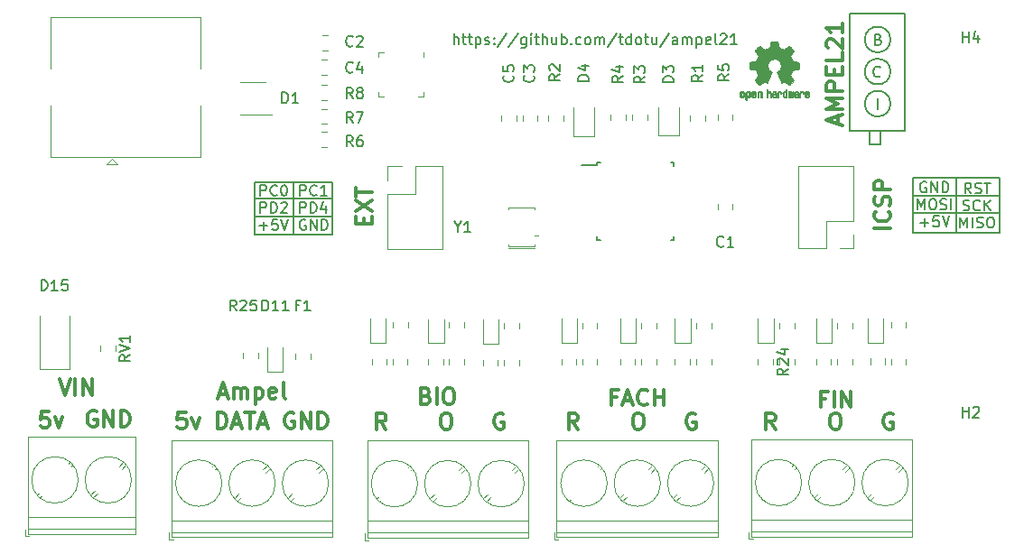
<source format=gbr>
%TF.GenerationSoftware,KiCad,Pcbnew,5.99.0-unknown-a0c54951d~102~ubuntu18.04.1*%
%TF.CreationDate,2020-08-17T14:08:57+02:00*%
%TF.ProjectId,AMPEL,414d5045-4c2e-46b6-9963-61645f706362,rev?*%
%TF.SameCoordinates,Original*%
%TF.FileFunction,Legend,Top*%
%TF.FilePolarity,Positive*%
%FSLAX46Y46*%
G04 Gerber Fmt 4.6, Leading zero omitted, Abs format (unit mm)*
G04 Created by KiCad (PCBNEW 5.99.0-unknown-a0c54951d~102~ubuntu18.04.1) date 2020-08-17 14:08:57*
%MOMM*%
%LPD*%
G01*
G04 APERTURE LIST*
%ADD10C,0.150000*%
%ADD11C,0.300000*%
%ADD12C,0.010000*%
%ADD13C,0.120000*%
G04 APERTURE END LIST*
D10*
X156561904Y-71452380D02*
X156561904Y-70452380D01*
X156990476Y-71452380D02*
X156990476Y-70928571D01*
X156942857Y-70833333D01*
X156847619Y-70785714D01*
X156704761Y-70785714D01*
X156609523Y-70833333D01*
X156561904Y-70880952D01*
X157323809Y-70785714D02*
X157704761Y-70785714D01*
X157466666Y-70452380D02*
X157466666Y-71309523D01*
X157514285Y-71404761D01*
X157609523Y-71452380D01*
X157704761Y-71452380D01*
X157895238Y-70785714D02*
X158276190Y-70785714D01*
X158038095Y-70452380D02*
X158038095Y-71309523D01*
X158085714Y-71404761D01*
X158180952Y-71452380D01*
X158276190Y-71452380D01*
X158609523Y-70785714D02*
X158609523Y-71785714D01*
X158609523Y-70833333D02*
X158704761Y-70785714D01*
X158895238Y-70785714D01*
X158990476Y-70833333D01*
X159038095Y-70880952D01*
X159085714Y-70976190D01*
X159085714Y-71261904D01*
X159038095Y-71357142D01*
X158990476Y-71404761D01*
X158895238Y-71452380D01*
X158704761Y-71452380D01*
X158609523Y-71404761D01*
X159466666Y-71404761D02*
X159561904Y-71452380D01*
X159752380Y-71452380D01*
X159847619Y-71404761D01*
X159895238Y-71309523D01*
X159895238Y-71261904D01*
X159847619Y-71166666D01*
X159752380Y-71119047D01*
X159609523Y-71119047D01*
X159514285Y-71071428D01*
X159466666Y-70976190D01*
X159466666Y-70928571D01*
X159514285Y-70833333D01*
X159609523Y-70785714D01*
X159752380Y-70785714D01*
X159847619Y-70833333D01*
X160323809Y-71357142D02*
X160371428Y-71404761D01*
X160323809Y-71452380D01*
X160276190Y-71404761D01*
X160323809Y-71357142D01*
X160323809Y-71452380D01*
X160323809Y-70833333D02*
X160371428Y-70880952D01*
X160323809Y-70928571D01*
X160276190Y-70880952D01*
X160323809Y-70833333D01*
X160323809Y-70928571D01*
X161514285Y-70404761D02*
X160657142Y-71690476D01*
X162561904Y-70404761D02*
X161704761Y-71690476D01*
X163323809Y-70785714D02*
X163323809Y-71595238D01*
X163276190Y-71690476D01*
X163228571Y-71738095D01*
X163133333Y-71785714D01*
X162990476Y-71785714D01*
X162895238Y-71738095D01*
X163323809Y-71404761D02*
X163228571Y-71452380D01*
X163038095Y-71452380D01*
X162942857Y-71404761D01*
X162895238Y-71357142D01*
X162847619Y-71261904D01*
X162847619Y-70976190D01*
X162895238Y-70880952D01*
X162942857Y-70833333D01*
X163038095Y-70785714D01*
X163228571Y-70785714D01*
X163323809Y-70833333D01*
X163800000Y-71452380D02*
X163800000Y-70785714D01*
X163800000Y-70452380D02*
X163752380Y-70500000D01*
X163800000Y-70547619D01*
X163847619Y-70500000D01*
X163800000Y-70452380D01*
X163800000Y-70547619D01*
X164133333Y-70785714D02*
X164514285Y-70785714D01*
X164276190Y-70452380D02*
X164276190Y-71309523D01*
X164323809Y-71404761D01*
X164419047Y-71452380D01*
X164514285Y-71452380D01*
X164847619Y-71452380D02*
X164847619Y-70452380D01*
X165276190Y-71452380D02*
X165276190Y-70928571D01*
X165228571Y-70833333D01*
X165133333Y-70785714D01*
X164990476Y-70785714D01*
X164895238Y-70833333D01*
X164847619Y-70880952D01*
X166180952Y-70785714D02*
X166180952Y-71452380D01*
X165752380Y-70785714D02*
X165752380Y-71309523D01*
X165800000Y-71404761D01*
X165895238Y-71452380D01*
X166038095Y-71452380D01*
X166133333Y-71404761D01*
X166180952Y-71357142D01*
X166657142Y-71452380D02*
X166657142Y-70452380D01*
X166657142Y-70833333D02*
X166752380Y-70785714D01*
X166942857Y-70785714D01*
X167038095Y-70833333D01*
X167085714Y-70880952D01*
X167133333Y-70976190D01*
X167133333Y-71261904D01*
X167085714Y-71357142D01*
X167038095Y-71404761D01*
X166942857Y-71452380D01*
X166752380Y-71452380D01*
X166657142Y-71404761D01*
X167561904Y-71357142D02*
X167609523Y-71404761D01*
X167561904Y-71452380D01*
X167514285Y-71404761D01*
X167561904Y-71357142D01*
X167561904Y-71452380D01*
X168466666Y-71404761D02*
X168371428Y-71452380D01*
X168180952Y-71452380D01*
X168085714Y-71404761D01*
X168038095Y-71357142D01*
X167990476Y-71261904D01*
X167990476Y-70976190D01*
X168038095Y-70880952D01*
X168085714Y-70833333D01*
X168180952Y-70785714D01*
X168371428Y-70785714D01*
X168466666Y-70833333D01*
X169038095Y-71452380D02*
X168942857Y-71404761D01*
X168895238Y-71357142D01*
X168847619Y-71261904D01*
X168847619Y-70976190D01*
X168895238Y-70880952D01*
X168942857Y-70833333D01*
X169038095Y-70785714D01*
X169180952Y-70785714D01*
X169276190Y-70833333D01*
X169323809Y-70880952D01*
X169371428Y-70976190D01*
X169371428Y-71261904D01*
X169323809Y-71357142D01*
X169276190Y-71404761D01*
X169180952Y-71452380D01*
X169038095Y-71452380D01*
X169800000Y-71452380D02*
X169800000Y-70785714D01*
X169800000Y-70880952D02*
X169847619Y-70833333D01*
X169942857Y-70785714D01*
X170085714Y-70785714D01*
X170180952Y-70833333D01*
X170228571Y-70928571D01*
X170228571Y-71452380D01*
X170228571Y-70928571D02*
X170276190Y-70833333D01*
X170371428Y-70785714D01*
X170514285Y-70785714D01*
X170609523Y-70833333D01*
X170657142Y-70928571D01*
X170657142Y-71452380D01*
X171847619Y-70404761D02*
X170990476Y-71690476D01*
X172038095Y-70785714D02*
X172419047Y-70785714D01*
X172180952Y-70452380D02*
X172180952Y-71309523D01*
X172228571Y-71404761D01*
X172323809Y-71452380D01*
X172419047Y-71452380D01*
X173180952Y-71452380D02*
X173180952Y-70452380D01*
X173180952Y-71404761D02*
X173085714Y-71452380D01*
X172895238Y-71452380D01*
X172800000Y-71404761D01*
X172752380Y-71357142D01*
X172704761Y-71261904D01*
X172704761Y-70976190D01*
X172752380Y-70880952D01*
X172800000Y-70833333D01*
X172895238Y-70785714D01*
X173085714Y-70785714D01*
X173180952Y-70833333D01*
X173800000Y-71452380D02*
X173704761Y-71404761D01*
X173657142Y-71357142D01*
X173609523Y-71261904D01*
X173609523Y-70976190D01*
X173657142Y-70880952D01*
X173704761Y-70833333D01*
X173800000Y-70785714D01*
X173942857Y-70785714D01*
X174038095Y-70833333D01*
X174085714Y-70880952D01*
X174133333Y-70976190D01*
X174133333Y-71261904D01*
X174085714Y-71357142D01*
X174038095Y-71404761D01*
X173942857Y-71452380D01*
X173800000Y-71452380D01*
X174419047Y-70785714D02*
X174800000Y-70785714D01*
X174561904Y-70452380D02*
X174561904Y-71309523D01*
X174609523Y-71404761D01*
X174704761Y-71452380D01*
X174800000Y-71452380D01*
X175561904Y-70785714D02*
X175561904Y-71452380D01*
X175133333Y-70785714D02*
X175133333Y-71309523D01*
X175180952Y-71404761D01*
X175276190Y-71452380D01*
X175419047Y-71452380D01*
X175514285Y-71404761D01*
X175561904Y-71357142D01*
X176752380Y-70404761D02*
X175895238Y-71690476D01*
X177514285Y-71452380D02*
X177514285Y-70928571D01*
X177466666Y-70833333D01*
X177371428Y-70785714D01*
X177180952Y-70785714D01*
X177085714Y-70833333D01*
X177514285Y-71404761D02*
X177419047Y-71452380D01*
X177180952Y-71452380D01*
X177085714Y-71404761D01*
X177038095Y-71309523D01*
X177038095Y-71214285D01*
X177085714Y-71119047D01*
X177180952Y-71071428D01*
X177419047Y-71071428D01*
X177514285Y-71023809D01*
X177990476Y-71452380D02*
X177990476Y-70785714D01*
X177990476Y-70880952D02*
X178038095Y-70833333D01*
X178133333Y-70785714D01*
X178276190Y-70785714D01*
X178371428Y-70833333D01*
X178419047Y-70928571D01*
X178419047Y-71452380D01*
X178419047Y-70928571D02*
X178466666Y-70833333D01*
X178561904Y-70785714D01*
X178704761Y-70785714D01*
X178800000Y-70833333D01*
X178847619Y-70928571D01*
X178847619Y-71452380D01*
X179323809Y-70785714D02*
X179323809Y-71785714D01*
X179323809Y-70833333D02*
X179419047Y-70785714D01*
X179609523Y-70785714D01*
X179704761Y-70833333D01*
X179752380Y-70880952D01*
X179800000Y-70976190D01*
X179800000Y-71261904D01*
X179752380Y-71357142D01*
X179704761Y-71404761D01*
X179609523Y-71452380D01*
X179419047Y-71452380D01*
X179323809Y-71404761D01*
X180609523Y-71404761D02*
X180514285Y-71452380D01*
X180323809Y-71452380D01*
X180228571Y-71404761D01*
X180180952Y-71309523D01*
X180180952Y-70928571D01*
X180228571Y-70833333D01*
X180323809Y-70785714D01*
X180514285Y-70785714D01*
X180609523Y-70833333D01*
X180657142Y-70928571D01*
X180657142Y-71023809D01*
X180180952Y-71119047D01*
X181228571Y-71452380D02*
X181133333Y-71404761D01*
X181085714Y-71309523D01*
X181085714Y-70452380D01*
X181561904Y-70547619D02*
X181609523Y-70500000D01*
X181704761Y-70452380D01*
X181942857Y-70452380D01*
X182038095Y-70500000D01*
X182085714Y-70547619D01*
X182133333Y-70642857D01*
X182133333Y-70738095D01*
X182085714Y-70880952D01*
X181514285Y-71452380D01*
X182133333Y-71452380D01*
X183085714Y-71452380D02*
X182514285Y-71452380D01*
X182800000Y-71452380D02*
X182800000Y-70452380D01*
X182704761Y-70595238D01*
X182609523Y-70690476D01*
X182514285Y-70738095D01*
X195580000Y-79502000D02*
X195580000Y-80848200D01*
X141500000Y-84400000D02*
X141500000Y-89300000D01*
X193700400Y-68580000D02*
X198882000Y-68580000D01*
X198882000Y-68580000D02*
X198882000Y-79527400D01*
X198882000Y-79527400D02*
X193700400Y-79527400D01*
X193700400Y-79527400D02*
X193700400Y-68580000D01*
X203700000Y-84000000D02*
X203700000Y-89100000D01*
X199600000Y-84000000D02*
X207700000Y-84000000D01*
X207700000Y-84000000D02*
X207700000Y-89100000D01*
X207700000Y-89100000D02*
X199600000Y-89100000D01*
X199600000Y-89100000D02*
X199600000Y-84000000D01*
X197495760Y-70993000D02*
G75*
G03*
X197495760Y-70993000I-1204560J0D01*
G01*
X199600000Y-85700000D02*
X207700000Y-85700000D01*
X195580000Y-80848200D02*
X196596000Y-80848200D01*
X137900000Y-85900000D02*
X145200000Y-85900000D01*
X199600000Y-87300000D02*
X207700000Y-87300000D01*
X197495760Y-74002900D02*
G75*
G03*
X197495760Y-74002900I-1204560J0D01*
G01*
X137900000Y-84400000D02*
X145200000Y-84400000D01*
X145200000Y-84400000D02*
X145200000Y-89300000D01*
X145200000Y-89300000D02*
X137900000Y-89300000D01*
X137900000Y-89300000D02*
X137900000Y-84400000D01*
X196596000Y-80848200D02*
X196596000Y-79578200D01*
X137900000Y-87600000D02*
X145200000Y-87600000D01*
X197495760Y-77012800D02*
G75*
G03*
X197495760Y-77012800I-1204560J0D01*
G01*
D11*
X150198571Y-107561771D02*
X149698571Y-106847485D01*
X149341428Y-107561771D02*
X149341428Y-106061771D01*
X149912857Y-106061771D01*
X150055714Y-106133200D01*
X150127142Y-106204628D01*
X150198571Y-106347485D01*
X150198571Y-106561771D01*
X150127142Y-106704628D01*
X150055714Y-106776057D01*
X149912857Y-106847485D01*
X149341428Y-106847485D01*
X155698571Y-106061771D02*
X155984285Y-106061771D01*
X156127142Y-106133200D01*
X156270000Y-106276057D01*
X156341428Y-106561771D01*
X156341428Y-107061771D01*
X156270000Y-107347485D01*
X156127142Y-107490342D01*
X155984285Y-107561771D01*
X155698571Y-107561771D01*
X155555714Y-107490342D01*
X155412857Y-107347485D01*
X155341428Y-107061771D01*
X155341428Y-106561771D01*
X155412857Y-106276057D01*
X155555714Y-106133200D01*
X155698571Y-106061771D01*
X161198571Y-106133200D02*
X161055714Y-106061771D01*
X160841428Y-106061771D01*
X160627142Y-106133200D01*
X160484285Y-106276057D01*
X160412857Y-106418914D01*
X160341428Y-106704628D01*
X160341428Y-106918914D01*
X160412857Y-107204628D01*
X160484285Y-107347485D01*
X160627142Y-107490342D01*
X160841428Y-107561771D01*
X160984285Y-107561771D01*
X161198571Y-107490342D01*
X161269999Y-107418914D01*
X161269999Y-106918914D01*
X160984285Y-106918914D01*
X153955085Y-104439257D02*
X154169371Y-104510685D01*
X154240800Y-104582114D01*
X154312228Y-104724971D01*
X154312228Y-104939257D01*
X154240800Y-105082114D01*
X154169371Y-105153542D01*
X154026514Y-105224971D01*
X153455085Y-105224971D01*
X153455085Y-103724971D01*
X153955085Y-103724971D01*
X154097942Y-103796400D01*
X154169371Y-103867828D01*
X154240800Y-104010685D01*
X154240800Y-104153542D01*
X154169371Y-104296400D01*
X154097942Y-104367828D01*
X153955085Y-104439257D01*
X153455085Y-104439257D01*
X154955085Y-105224971D02*
X154955085Y-103724971D01*
X155955085Y-103724971D02*
X156240800Y-103724971D01*
X156383657Y-103796400D01*
X156526514Y-103939257D01*
X156597942Y-104224971D01*
X156597942Y-104724971D01*
X156526514Y-105010685D01*
X156383657Y-105153542D01*
X156240800Y-105224971D01*
X155955085Y-105224971D01*
X155812228Y-105153542D01*
X155669371Y-105010685D01*
X155597942Y-104724971D01*
X155597942Y-104224971D01*
X155669371Y-103939257D01*
X155812228Y-103796400D01*
X155955085Y-103724971D01*
X186698571Y-107561771D02*
X186198571Y-106847485D01*
X185841428Y-107561771D02*
X185841428Y-106061771D01*
X186412857Y-106061771D01*
X186555714Y-106133200D01*
X186627142Y-106204628D01*
X186698571Y-106347485D01*
X186698571Y-106561771D01*
X186627142Y-106704628D01*
X186555714Y-106776057D01*
X186412857Y-106847485D01*
X185841428Y-106847485D01*
X192198571Y-106061771D02*
X192484285Y-106061771D01*
X192627142Y-106133200D01*
X192770000Y-106276057D01*
X192841428Y-106561771D01*
X192841428Y-107061771D01*
X192770000Y-107347485D01*
X192627142Y-107490342D01*
X192484285Y-107561771D01*
X192198571Y-107561771D01*
X192055714Y-107490342D01*
X191912857Y-107347485D01*
X191841428Y-107061771D01*
X191841428Y-106561771D01*
X191912857Y-106276057D01*
X192055714Y-106133200D01*
X192198571Y-106061771D01*
X197698571Y-106133200D02*
X197555714Y-106061771D01*
X197341428Y-106061771D01*
X197127142Y-106133200D01*
X196984285Y-106276057D01*
X196912857Y-106418914D01*
X196841428Y-106704628D01*
X196841428Y-106918914D01*
X196912857Y-107204628D01*
X196984285Y-107347485D01*
X197127142Y-107490342D01*
X197341428Y-107561771D01*
X197484285Y-107561771D01*
X197698571Y-107490342D01*
X197769999Y-107418914D01*
X197769999Y-106918914D01*
X197484285Y-106918914D01*
D10*
X196362628Y-70972371D02*
X196505485Y-71019990D01*
X196553104Y-71067609D01*
X196600723Y-71162847D01*
X196600723Y-71305704D01*
X196553104Y-71400942D01*
X196505485Y-71448561D01*
X196410247Y-71496180D01*
X196029295Y-71496180D01*
X196029295Y-70496180D01*
X196362628Y-70496180D01*
X196457866Y-70543800D01*
X196505485Y-70591419D01*
X196553104Y-70686657D01*
X196553104Y-70781895D01*
X196505485Y-70877133D01*
X196457866Y-70924752D01*
X196362628Y-70972371D01*
X196029295Y-70972371D01*
X138404761Y-85642380D02*
X138404761Y-84642380D01*
X138785714Y-84642380D01*
X138880952Y-84690000D01*
X138928571Y-84737619D01*
X138976190Y-84832857D01*
X138976190Y-84975714D01*
X138928571Y-85070952D01*
X138880952Y-85118571D01*
X138785714Y-85166190D01*
X138404761Y-85166190D01*
X139976190Y-85547142D02*
X139928571Y-85594761D01*
X139785714Y-85642380D01*
X139690476Y-85642380D01*
X139547619Y-85594761D01*
X139452380Y-85499523D01*
X139404761Y-85404285D01*
X139357142Y-85213809D01*
X139357142Y-85070952D01*
X139404761Y-84880476D01*
X139452380Y-84785238D01*
X139547619Y-84690000D01*
X139690476Y-84642380D01*
X139785714Y-84642380D01*
X139928571Y-84690000D01*
X139976190Y-84737619D01*
X140595238Y-84642380D02*
X140690476Y-84642380D01*
X140785714Y-84690000D01*
X140833333Y-84737619D01*
X140880952Y-84832857D01*
X140928571Y-85023333D01*
X140928571Y-85261428D01*
X140880952Y-85451904D01*
X140833333Y-85547142D01*
X140785714Y-85594761D01*
X140690476Y-85642380D01*
X140595238Y-85642380D01*
X140500000Y-85594761D01*
X140452380Y-85547142D01*
X140404761Y-85451904D01*
X140357142Y-85261428D01*
X140357142Y-85023333D01*
X140404761Y-84832857D01*
X140452380Y-84737619D01*
X140500000Y-84690000D01*
X140595238Y-84642380D01*
X142119047Y-85642380D02*
X142119047Y-84642380D01*
X142500000Y-84642380D01*
X142595238Y-84690000D01*
X142642857Y-84737619D01*
X142690476Y-84832857D01*
X142690476Y-84975714D01*
X142642857Y-85070952D01*
X142595238Y-85118571D01*
X142500000Y-85166190D01*
X142119047Y-85166190D01*
X143690476Y-85547142D02*
X143642857Y-85594761D01*
X143500000Y-85642380D01*
X143404761Y-85642380D01*
X143261904Y-85594761D01*
X143166666Y-85499523D01*
X143119047Y-85404285D01*
X143071428Y-85213809D01*
X143071428Y-85070952D01*
X143119047Y-84880476D01*
X143166666Y-84785238D01*
X143261904Y-84690000D01*
X143404761Y-84642380D01*
X143500000Y-84642380D01*
X143642857Y-84690000D01*
X143690476Y-84737619D01*
X144642857Y-85642380D02*
X144071428Y-85642380D01*
X144357142Y-85642380D02*
X144357142Y-84642380D01*
X144261904Y-84785238D01*
X144166666Y-84880476D01*
X144071428Y-84928095D01*
X138404761Y-87252380D02*
X138404761Y-86252380D01*
X138785714Y-86252380D01*
X138880952Y-86300000D01*
X138928571Y-86347619D01*
X138976190Y-86442857D01*
X138976190Y-86585714D01*
X138928571Y-86680952D01*
X138880952Y-86728571D01*
X138785714Y-86776190D01*
X138404761Y-86776190D01*
X139404761Y-87252380D02*
X139404761Y-86252380D01*
X139642857Y-86252380D01*
X139785714Y-86300000D01*
X139880952Y-86395238D01*
X139928571Y-86490476D01*
X139976190Y-86680952D01*
X139976190Y-86823809D01*
X139928571Y-87014285D01*
X139880952Y-87109523D01*
X139785714Y-87204761D01*
X139642857Y-87252380D01*
X139404761Y-87252380D01*
X140357142Y-86347619D02*
X140404761Y-86300000D01*
X140500000Y-86252380D01*
X140738095Y-86252380D01*
X140833333Y-86300000D01*
X140880952Y-86347619D01*
X140928571Y-86442857D01*
X140928571Y-86538095D01*
X140880952Y-86680952D01*
X140309523Y-87252380D01*
X140928571Y-87252380D01*
X142119047Y-87252380D02*
X142119047Y-86252380D01*
X142500000Y-86252380D01*
X142595238Y-86300000D01*
X142642857Y-86347619D01*
X142690476Y-86442857D01*
X142690476Y-86585714D01*
X142642857Y-86680952D01*
X142595238Y-86728571D01*
X142500000Y-86776190D01*
X142119047Y-86776190D01*
X143119047Y-87252380D02*
X143119047Y-86252380D01*
X143357142Y-86252380D01*
X143500000Y-86300000D01*
X143595238Y-86395238D01*
X143642857Y-86490476D01*
X143690476Y-86680952D01*
X143690476Y-86823809D01*
X143642857Y-87014285D01*
X143595238Y-87109523D01*
X143500000Y-87204761D01*
X143357142Y-87252380D01*
X143119047Y-87252380D01*
X144547619Y-86585714D02*
X144547619Y-87252380D01*
X144309523Y-86204761D02*
X144071428Y-86919047D01*
X144690476Y-86919047D01*
X138309523Y-88481428D02*
X139071428Y-88481428D01*
X138690476Y-88862380D02*
X138690476Y-88100476D01*
X140023809Y-87862380D02*
X139547619Y-87862380D01*
X139500000Y-88338571D01*
X139547619Y-88290952D01*
X139642857Y-88243333D01*
X139880952Y-88243333D01*
X139976190Y-88290952D01*
X140023809Y-88338571D01*
X140071428Y-88433809D01*
X140071428Y-88671904D01*
X140023809Y-88767142D01*
X139976190Y-88814761D01*
X139880952Y-88862380D01*
X139642857Y-88862380D01*
X139547619Y-88814761D01*
X139500000Y-88767142D01*
X140357142Y-87862380D02*
X140690476Y-88862380D01*
X141023809Y-87862380D01*
X142642857Y-87910000D02*
X142547619Y-87862380D01*
X142404761Y-87862380D01*
X142261904Y-87910000D01*
X142166666Y-88005238D01*
X142119047Y-88100476D01*
X142071428Y-88290952D01*
X142071428Y-88433809D01*
X142119047Y-88624285D01*
X142166666Y-88719523D01*
X142261904Y-88814761D01*
X142404761Y-88862380D01*
X142500000Y-88862380D01*
X142642857Y-88814761D01*
X142690476Y-88767142D01*
X142690476Y-88433809D01*
X142500000Y-88433809D01*
X143119047Y-88862380D02*
X143119047Y-87862380D01*
X143690476Y-88862380D01*
X143690476Y-87862380D01*
X144166666Y-88862380D02*
X144166666Y-87862380D01*
X144404761Y-87862380D01*
X144547619Y-87910000D01*
X144642857Y-88005238D01*
X144690476Y-88100476D01*
X144738095Y-88290952D01*
X144738095Y-88433809D01*
X144690476Y-88624285D01*
X144642857Y-88719523D01*
X144547619Y-88814761D01*
X144404761Y-88862380D01*
X144166666Y-88862380D01*
D11*
X192553400Y-78871971D02*
X192553400Y-78157685D01*
X192981971Y-79014828D02*
X191481971Y-78514828D01*
X192981971Y-78014828D01*
X192981971Y-77514828D02*
X191481971Y-77514828D01*
X192553400Y-77014828D01*
X191481971Y-76514828D01*
X192981971Y-76514828D01*
X192981971Y-75800542D02*
X191481971Y-75800542D01*
X191481971Y-75229114D01*
X191553400Y-75086257D01*
X191624828Y-75014828D01*
X191767685Y-74943400D01*
X191981971Y-74943400D01*
X192124828Y-75014828D01*
X192196257Y-75086257D01*
X192267685Y-75229114D01*
X192267685Y-75800542D01*
X192196257Y-74300542D02*
X192196257Y-73800542D01*
X192981971Y-73586257D02*
X192981971Y-74300542D01*
X191481971Y-74300542D01*
X191481971Y-73586257D01*
X192981971Y-72229114D02*
X192981971Y-72943400D01*
X191481971Y-72943400D01*
X191624828Y-71800542D02*
X191553400Y-71729114D01*
X191481971Y-71586257D01*
X191481971Y-71229114D01*
X191553400Y-71086257D01*
X191624828Y-71014828D01*
X191767685Y-70943400D01*
X191910542Y-70943400D01*
X192124828Y-71014828D01*
X192981971Y-71871971D01*
X192981971Y-70943400D01*
X192981971Y-69514828D02*
X192981971Y-70371971D01*
X192981971Y-69943400D02*
X191481971Y-69943400D01*
X191696257Y-70086257D01*
X191839114Y-70229114D01*
X191910542Y-70371971D01*
X123037742Y-105904600D02*
X122894885Y-105833171D01*
X122680600Y-105833171D01*
X122466314Y-105904600D01*
X122323457Y-106047457D01*
X122252028Y-106190314D01*
X122180600Y-106476028D01*
X122180600Y-106690314D01*
X122252028Y-106976028D01*
X122323457Y-107118885D01*
X122466314Y-107261742D01*
X122680600Y-107333171D01*
X122823457Y-107333171D01*
X123037742Y-107261742D01*
X123109171Y-107190314D01*
X123109171Y-106690314D01*
X122823457Y-106690314D01*
X123752028Y-107333171D02*
X123752028Y-105833171D01*
X124609171Y-107333171D01*
X124609171Y-105833171D01*
X125323457Y-107333171D02*
X125323457Y-105833171D01*
X125680600Y-105833171D01*
X125894885Y-105904600D01*
X126037742Y-106047457D01*
X126109171Y-106190314D01*
X126180600Y-106476028D01*
X126180600Y-106690314D01*
X126109171Y-106976028D01*
X126037742Y-107118885D01*
X125894885Y-107261742D01*
X125680600Y-107333171D01*
X125323457Y-107333171D01*
X131418000Y-105985571D02*
X130703714Y-105985571D01*
X130632285Y-106699857D01*
X130703714Y-106628428D01*
X130846571Y-106557000D01*
X131203714Y-106557000D01*
X131346571Y-106628428D01*
X131418000Y-106699857D01*
X131489428Y-106842714D01*
X131489428Y-107199857D01*
X131418000Y-107342714D01*
X131346571Y-107414142D01*
X131203714Y-107485571D01*
X130846571Y-107485571D01*
X130703714Y-107414142D01*
X130632285Y-107342714D01*
X131989428Y-106485571D02*
X132346571Y-107485571D01*
X132703714Y-106485571D01*
X134418000Y-107485571D02*
X134418000Y-105985571D01*
X134775142Y-105985571D01*
X134989428Y-106057000D01*
X135132285Y-106199857D01*
X135203714Y-106342714D01*
X135275142Y-106628428D01*
X135275142Y-106842714D01*
X135203714Y-107128428D01*
X135132285Y-107271285D01*
X134989428Y-107414142D01*
X134775142Y-107485571D01*
X134418000Y-107485571D01*
X135846571Y-107057000D02*
X136560857Y-107057000D01*
X135703714Y-107485571D02*
X136203714Y-105985571D01*
X136703714Y-107485571D01*
X136989428Y-105985571D02*
X137846571Y-105985571D01*
X137418000Y-107485571D02*
X137418000Y-105985571D01*
X138275142Y-107057000D02*
X138989428Y-107057000D01*
X138132285Y-107485571D02*
X138632285Y-105985571D01*
X139132285Y-107485571D01*
X141560857Y-106057000D02*
X141418000Y-105985571D01*
X141203714Y-105985571D01*
X140989428Y-106057000D01*
X140846571Y-106199857D01*
X140775142Y-106342714D01*
X140703714Y-106628428D01*
X140703714Y-106842714D01*
X140775142Y-107128428D01*
X140846571Y-107271285D01*
X140989428Y-107414142D01*
X141203714Y-107485571D01*
X141346571Y-107485571D01*
X141560857Y-107414142D01*
X141632285Y-107342714D01*
X141632285Y-106842714D01*
X141346571Y-106842714D01*
X142275142Y-107485571D02*
X142275142Y-105985571D01*
X143132285Y-107485571D01*
X143132285Y-105985571D01*
X143846571Y-107485571D02*
X143846571Y-105985571D01*
X144203714Y-105985571D01*
X144418000Y-106057000D01*
X144560857Y-106199857D01*
X144632285Y-106342714D01*
X144703714Y-106628428D01*
X144703714Y-106842714D01*
X144632285Y-107128428D01*
X144560857Y-107271285D01*
X144418000Y-107414142D01*
X144203714Y-107485571D01*
X143846571Y-107485571D01*
X197478571Y-88714285D02*
X195978571Y-88714285D01*
X197335714Y-87142857D02*
X197407142Y-87214285D01*
X197478571Y-87428571D01*
X197478571Y-87571428D01*
X197407142Y-87785714D01*
X197264285Y-87928571D01*
X197121428Y-88000000D01*
X196835714Y-88071428D01*
X196621428Y-88071428D01*
X196335714Y-88000000D01*
X196192857Y-87928571D01*
X196050000Y-87785714D01*
X195978571Y-87571428D01*
X195978571Y-87428571D01*
X196050000Y-87214285D01*
X196121428Y-87142857D01*
X197407142Y-86571428D02*
X197478571Y-86357142D01*
X197478571Y-86000000D01*
X197407142Y-85857142D01*
X197335714Y-85785714D01*
X197192857Y-85714285D01*
X197050000Y-85714285D01*
X196907142Y-85785714D01*
X196835714Y-85857142D01*
X196764285Y-86000000D01*
X196692857Y-86285714D01*
X196621428Y-86428571D01*
X196550000Y-86500000D01*
X196407142Y-86571428D01*
X196264285Y-86571428D01*
X196121428Y-86500000D01*
X196050000Y-86428571D01*
X195978571Y-86285714D01*
X195978571Y-85928571D01*
X196050000Y-85714285D01*
X197478571Y-85071428D02*
X195978571Y-85071428D01*
X195978571Y-84500000D01*
X196050000Y-84357142D01*
X196121428Y-84285714D01*
X196264285Y-84214285D01*
X196478571Y-84214285D01*
X196621428Y-84285714D01*
X196692857Y-84357142D01*
X196764285Y-84500000D01*
X196764285Y-85071428D01*
X134571171Y-104263000D02*
X135285457Y-104263000D01*
X134428314Y-104691571D02*
X134928314Y-103191571D01*
X135428314Y-104691571D01*
X135928314Y-104691571D02*
X135928314Y-103691571D01*
X135928314Y-103834428D02*
X135999742Y-103763000D01*
X136142600Y-103691571D01*
X136356885Y-103691571D01*
X136499742Y-103763000D01*
X136571171Y-103905857D01*
X136571171Y-104691571D01*
X136571171Y-103905857D02*
X136642600Y-103763000D01*
X136785457Y-103691571D01*
X136999742Y-103691571D01*
X137142600Y-103763000D01*
X137214028Y-103905857D01*
X137214028Y-104691571D01*
X137928314Y-103691571D02*
X137928314Y-105191571D01*
X137928314Y-103763000D02*
X138071171Y-103691571D01*
X138356885Y-103691571D01*
X138499742Y-103763000D01*
X138571171Y-103834428D01*
X138642600Y-103977285D01*
X138642600Y-104405857D01*
X138571171Y-104548714D01*
X138499742Y-104620142D01*
X138356885Y-104691571D01*
X138071171Y-104691571D01*
X137928314Y-104620142D01*
X139856885Y-104620142D02*
X139714028Y-104691571D01*
X139428314Y-104691571D01*
X139285457Y-104620142D01*
X139214028Y-104477285D01*
X139214028Y-103905857D01*
X139285457Y-103763000D01*
X139428314Y-103691571D01*
X139714028Y-103691571D01*
X139856885Y-103763000D01*
X139928314Y-103905857D01*
X139928314Y-104048714D01*
X139214028Y-104191571D01*
X140785457Y-104691571D02*
X140642600Y-104620142D01*
X140571171Y-104477285D01*
X140571171Y-103191571D01*
X148092857Y-88307142D02*
X148092857Y-87807142D01*
X148878571Y-87592857D02*
X148878571Y-88307142D01*
X147378571Y-88307142D01*
X147378571Y-87592857D01*
X147378571Y-87092857D02*
X148878571Y-86092857D01*
X147378571Y-86092857D02*
X148878571Y-87092857D01*
X147378571Y-85735714D02*
X147378571Y-84878571D01*
X148878571Y-85307142D02*
X147378571Y-85307142D01*
X168198571Y-107561771D02*
X167698571Y-106847485D01*
X167341428Y-107561771D02*
X167341428Y-106061771D01*
X167912857Y-106061771D01*
X168055714Y-106133200D01*
X168127142Y-106204628D01*
X168198571Y-106347485D01*
X168198571Y-106561771D01*
X168127142Y-106704628D01*
X168055714Y-106776057D01*
X167912857Y-106847485D01*
X167341428Y-106847485D01*
X173698571Y-106061771D02*
X173984285Y-106061771D01*
X174127142Y-106133200D01*
X174270000Y-106276057D01*
X174341428Y-106561771D01*
X174341428Y-107061771D01*
X174270000Y-107347485D01*
X174127142Y-107490342D01*
X173984285Y-107561771D01*
X173698571Y-107561771D01*
X173555714Y-107490342D01*
X173412857Y-107347485D01*
X173341428Y-107061771D01*
X173341428Y-106561771D01*
X173412857Y-106276057D01*
X173555714Y-106133200D01*
X173698571Y-106061771D01*
X179198571Y-106133200D02*
X179055714Y-106061771D01*
X178841428Y-106061771D01*
X178627142Y-106133200D01*
X178484285Y-106276057D01*
X178412857Y-106418914D01*
X178341428Y-106704628D01*
X178341428Y-106918914D01*
X178412857Y-107204628D01*
X178484285Y-107347485D01*
X178627142Y-107490342D01*
X178841428Y-107561771D01*
X178984285Y-107561771D01*
X179198571Y-107490342D01*
X179269999Y-107418914D01*
X179269999Y-106918914D01*
X178984285Y-106918914D01*
D10*
X200838095Y-84390000D02*
X200742857Y-84342380D01*
X200600000Y-84342380D01*
X200457142Y-84390000D01*
X200361904Y-84485238D01*
X200314285Y-84580476D01*
X200266666Y-84770952D01*
X200266666Y-84913809D01*
X200314285Y-85104285D01*
X200361904Y-85199523D01*
X200457142Y-85294761D01*
X200600000Y-85342380D01*
X200695238Y-85342380D01*
X200838095Y-85294761D01*
X200885714Y-85247142D01*
X200885714Y-84913809D01*
X200695238Y-84913809D01*
X201314285Y-85342380D02*
X201314285Y-84342380D01*
X201885714Y-85342380D01*
X201885714Y-84342380D01*
X202361904Y-85342380D02*
X202361904Y-84342380D01*
X202600000Y-84342380D01*
X202742857Y-84390000D01*
X202838095Y-84485238D01*
X202885714Y-84580476D01*
X202933333Y-84770952D01*
X202933333Y-84913809D01*
X202885714Y-85104285D01*
X202838095Y-85199523D01*
X202742857Y-85294761D01*
X202600000Y-85342380D01*
X202361904Y-85342380D01*
X200028571Y-86952380D02*
X200028571Y-85952380D01*
X200361904Y-86666666D01*
X200695238Y-85952380D01*
X200695238Y-86952380D01*
X201361904Y-85952380D02*
X201552380Y-85952380D01*
X201647619Y-86000000D01*
X201742857Y-86095238D01*
X201790476Y-86285714D01*
X201790476Y-86619047D01*
X201742857Y-86809523D01*
X201647619Y-86904761D01*
X201552380Y-86952380D01*
X201361904Y-86952380D01*
X201266666Y-86904761D01*
X201171428Y-86809523D01*
X201123809Y-86619047D01*
X201123809Y-86285714D01*
X201171428Y-86095238D01*
X201266666Y-86000000D01*
X201361904Y-85952380D01*
X202171428Y-86904761D02*
X202314285Y-86952380D01*
X202552380Y-86952380D01*
X202647619Y-86904761D01*
X202695238Y-86857142D01*
X202742857Y-86761904D01*
X202742857Y-86666666D01*
X202695238Y-86571428D01*
X202647619Y-86523809D01*
X202552380Y-86476190D01*
X202361904Y-86428571D01*
X202266666Y-86380952D01*
X202219047Y-86333333D01*
X202171428Y-86238095D01*
X202171428Y-86142857D01*
X202219047Y-86047619D01*
X202266666Y-86000000D01*
X202361904Y-85952380D01*
X202600000Y-85952380D01*
X202742857Y-86000000D01*
X203171428Y-86952380D02*
X203171428Y-85952380D01*
X200314285Y-88181428D02*
X201076190Y-88181428D01*
X200695238Y-88562380D02*
X200695238Y-87800476D01*
X202028571Y-87562380D02*
X201552380Y-87562380D01*
X201504761Y-88038571D01*
X201552380Y-87990952D01*
X201647619Y-87943333D01*
X201885714Y-87943333D01*
X201980952Y-87990952D01*
X202028571Y-88038571D01*
X202076190Y-88133809D01*
X202076190Y-88371904D01*
X202028571Y-88467142D01*
X201980952Y-88514761D01*
X201885714Y-88562380D01*
X201647619Y-88562380D01*
X201552380Y-88514761D01*
X201504761Y-88467142D01*
X202361904Y-87562380D02*
X202695238Y-88562380D01*
X203028571Y-87562380D01*
D11*
X118581514Y-105909371D02*
X117867228Y-105909371D01*
X117795800Y-106623657D01*
X117867228Y-106552228D01*
X118010085Y-106480800D01*
X118367228Y-106480800D01*
X118510085Y-106552228D01*
X118581514Y-106623657D01*
X118652942Y-106766514D01*
X118652942Y-107123657D01*
X118581514Y-107266514D01*
X118510085Y-107337942D01*
X118367228Y-107409371D01*
X118010085Y-107409371D01*
X117867228Y-107337942D01*
X117795800Y-107266514D01*
X119152942Y-106409371D02*
X119510085Y-107409371D01*
X119867228Y-106409371D01*
X191425628Y-104718657D02*
X190925628Y-104718657D01*
X190925628Y-105504371D02*
X190925628Y-104004371D01*
X191639914Y-104004371D01*
X192211342Y-105504371D02*
X192211342Y-104004371D01*
X192925628Y-105504371D02*
X192925628Y-104004371D01*
X193782771Y-105504371D01*
X193782771Y-104004371D01*
D10*
X196524523Y-74423542D02*
X196476904Y-74471161D01*
X196334047Y-74518780D01*
X196238809Y-74518780D01*
X196095952Y-74471161D01*
X196000714Y-74375923D01*
X195953095Y-74280685D01*
X195905476Y-74090209D01*
X195905476Y-73947352D01*
X195953095Y-73756876D01*
X196000714Y-73661638D01*
X196095952Y-73566400D01*
X196238809Y-73518780D01*
X196334047Y-73518780D01*
X196476904Y-73566400D01*
X196524523Y-73614019D01*
D11*
X171797114Y-104540857D02*
X171297114Y-104540857D01*
X171297114Y-105326571D02*
X171297114Y-103826571D01*
X172011400Y-103826571D01*
X172511400Y-104898000D02*
X173225685Y-104898000D01*
X172368542Y-105326571D02*
X172868542Y-103826571D01*
X173368542Y-105326571D01*
X174725685Y-105183714D02*
X174654257Y-105255142D01*
X174439971Y-105326571D01*
X174297114Y-105326571D01*
X174082828Y-105255142D01*
X173939971Y-105112285D01*
X173868542Y-104969428D01*
X173797114Y-104683714D01*
X173797114Y-104469428D01*
X173868542Y-104183714D01*
X173939971Y-104040857D01*
X174082828Y-103898000D01*
X174297114Y-103826571D01*
X174439971Y-103826571D01*
X174654257Y-103898000D01*
X174725685Y-103969428D01*
X175368542Y-105326571D02*
X175368542Y-103826571D01*
X175368542Y-104540857D02*
X176225685Y-104540857D01*
X176225685Y-105326571D02*
X176225685Y-103826571D01*
X119565942Y-102835971D02*
X120065942Y-104335971D01*
X120565942Y-102835971D01*
X121065942Y-104335971D02*
X121065942Y-102835971D01*
X121780228Y-104335971D02*
X121780228Y-102835971D01*
X122637371Y-104335971D01*
X122637371Y-102835971D01*
D10*
X205052380Y-85442380D02*
X204719047Y-84966190D01*
X204480952Y-85442380D02*
X204480952Y-84442380D01*
X204861904Y-84442380D01*
X204957142Y-84490000D01*
X205004761Y-84537619D01*
X205052380Y-84632857D01*
X205052380Y-84775714D01*
X205004761Y-84870952D01*
X204957142Y-84918571D01*
X204861904Y-84966190D01*
X204480952Y-84966190D01*
X205433333Y-85394761D02*
X205576190Y-85442380D01*
X205814285Y-85442380D01*
X205909523Y-85394761D01*
X205957142Y-85347142D01*
X206004761Y-85251904D01*
X206004761Y-85156666D01*
X205957142Y-85061428D01*
X205909523Y-85013809D01*
X205814285Y-84966190D01*
X205623809Y-84918571D01*
X205528571Y-84870952D01*
X205480952Y-84823333D01*
X205433333Y-84728095D01*
X205433333Y-84632857D01*
X205480952Y-84537619D01*
X205528571Y-84490000D01*
X205623809Y-84442380D01*
X205861904Y-84442380D01*
X206004761Y-84490000D01*
X206290476Y-84442380D02*
X206861904Y-84442380D01*
X206576190Y-85442380D02*
X206576190Y-84442380D01*
X204314285Y-87004761D02*
X204457142Y-87052380D01*
X204695238Y-87052380D01*
X204790476Y-87004761D01*
X204838095Y-86957142D01*
X204885714Y-86861904D01*
X204885714Y-86766666D01*
X204838095Y-86671428D01*
X204790476Y-86623809D01*
X204695238Y-86576190D01*
X204504761Y-86528571D01*
X204409523Y-86480952D01*
X204361904Y-86433333D01*
X204314285Y-86338095D01*
X204314285Y-86242857D01*
X204361904Y-86147619D01*
X204409523Y-86100000D01*
X204504761Y-86052380D01*
X204742857Y-86052380D01*
X204885714Y-86100000D01*
X205885714Y-86957142D02*
X205838095Y-87004761D01*
X205695238Y-87052380D01*
X205600000Y-87052380D01*
X205457142Y-87004761D01*
X205361904Y-86909523D01*
X205314285Y-86814285D01*
X205266666Y-86623809D01*
X205266666Y-86480952D01*
X205314285Y-86290476D01*
X205361904Y-86195238D01*
X205457142Y-86100000D01*
X205600000Y-86052380D01*
X205695238Y-86052380D01*
X205838095Y-86100000D01*
X205885714Y-86147619D01*
X206314285Y-87052380D02*
X206314285Y-86052380D01*
X206885714Y-87052380D02*
X206457142Y-86480952D01*
X206885714Y-86052380D02*
X206314285Y-86623809D01*
X204028571Y-88662380D02*
X204028571Y-87662380D01*
X204361904Y-88376666D01*
X204695238Y-87662380D01*
X204695238Y-88662380D01*
X205171428Y-88662380D02*
X205171428Y-87662380D01*
X205600000Y-88614761D02*
X205742857Y-88662380D01*
X205980952Y-88662380D01*
X206076190Y-88614761D01*
X206123809Y-88567142D01*
X206171428Y-88471904D01*
X206171428Y-88376666D01*
X206123809Y-88281428D01*
X206076190Y-88233809D01*
X205980952Y-88186190D01*
X205790476Y-88138571D01*
X205695238Y-88090952D01*
X205647619Y-88043333D01*
X205600000Y-87948095D01*
X205600000Y-87852857D01*
X205647619Y-87757619D01*
X205695238Y-87710000D01*
X205790476Y-87662380D01*
X206028571Y-87662380D01*
X206171428Y-87710000D01*
X206790476Y-87662380D02*
X206980952Y-87662380D01*
X207076190Y-87710000D01*
X207171428Y-87805238D01*
X207219047Y-87995714D01*
X207219047Y-88329047D01*
X207171428Y-88519523D01*
X207076190Y-88614761D01*
X206980952Y-88662380D01*
X206790476Y-88662380D01*
X206695238Y-88614761D01*
X206600000Y-88519523D01*
X206552380Y-88329047D01*
X206552380Y-87995714D01*
X206600000Y-87805238D01*
X206695238Y-87710000D01*
X206790476Y-87662380D01*
X196265800Y-77515980D02*
X196265800Y-76515980D01*
%TO.C,C1*%
X181833333Y-90357142D02*
X181785714Y-90404761D01*
X181642857Y-90452380D01*
X181547619Y-90452380D01*
X181404761Y-90404761D01*
X181309523Y-90309523D01*
X181261904Y-90214285D01*
X181214285Y-90023809D01*
X181214285Y-89880952D01*
X181261904Y-89690476D01*
X181309523Y-89595238D01*
X181404761Y-89500000D01*
X181547619Y-89452380D01*
X181642857Y-89452380D01*
X181785714Y-89500000D01*
X181833333Y-89547619D01*
X182785714Y-90452380D02*
X182214285Y-90452380D01*
X182500000Y-90452380D02*
X182500000Y-89452380D01*
X182404761Y-89595238D01*
X182309523Y-89690476D01*
X182214285Y-89738095D01*
%TO.C,R24*%
X187877980Y-101887257D02*
X187401790Y-102220590D01*
X187877980Y-102458685D02*
X186877980Y-102458685D01*
X186877980Y-102077733D01*
X186925600Y-101982495D01*
X186973219Y-101934876D01*
X187068457Y-101887257D01*
X187211314Y-101887257D01*
X187306552Y-101934876D01*
X187354171Y-101982495D01*
X187401790Y-102077733D01*
X187401790Y-102458685D01*
X186973219Y-101506304D02*
X186925600Y-101458685D01*
X186877980Y-101363447D01*
X186877980Y-101125352D01*
X186925600Y-101030114D01*
X186973219Y-100982495D01*
X187068457Y-100934876D01*
X187163695Y-100934876D01*
X187306552Y-100982495D01*
X187877980Y-101553923D01*
X187877980Y-100934876D01*
X187211314Y-100077733D02*
X187877980Y-100077733D01*
X186830361Y-100315828D02*
X187544647Y-100553923D01*
X187544647Y-99934876D01*
%TO.C,R25*%
X136157142Y-96452380D02*
X135823809Y-95976190D01*
X135585714Y-96452380D02*
X135585714Y-95452380D01*
X135966666Y-95452380D01*
X136061904Y-95500000D01*
X136109523Y-95547619D01*
X136157142Y-95642857D01*
X136157142Y-95785714D01*
X136109523Y-95880952D01*
X136061904Y-95928571D01*
X135966666Y-95976190D01*
X135585714Y-95976190D01*
X136538095Y-95547619D02*
X136585714Y-95500000D01*
X136680952Y-95452380D01*
X136919047Y-95452380D01*
X137014285Y-95500000D01*
X137061904Y-95547619D01*
X137109523Y-95642857D01*
X137109523Y-95738095D01*
X137061904Y-95880952D01*
X136490476Y-96452380D01*
X137109523Y-96452380D01*
X138014285Y-95452380D02*
X137538095Y-95452380D01*
X137490476Y-95928571D01*
X137538095Y-95880952D01*
X137633333Y-95833333D01*
X137871428Y-95833333D01*
X137966666Y-95880952D01*
X138014285Y-95928571D01*
X138061904Y-96023809D01*
X138061904Y-96261904D01*
X138014285Y-96357142D01*
X137966666Y-96404761D01*
X137871428Y-96452380D01*
X137633333Y-96452380D01*
X137538095Y-96404761D01*
X137490476Y-96357142D01*
%TO.C,D3*%
X177147780Y-74995295D02*
X176147780Y-74995295D01*
X176147780Y-74757200D01*
X176195400Y-74614342D01*
X176290638Y-74519104D01*
X176385876Y-74471485D01*
X176576352Y-74423866D01*
X176719209Y-74423866D01*
X176909685Y-74471485D01*
X177004923Y-74519104D01*
X177100161Y-74614342D01*
X177147780Y-74757200D01*
X177147780Y-74995295D01*
X176147780Y-74090533D02*
X176147780Y-73471485D01*
X176528733Y-73804819D01*
X176528733Y-73661961D01*
X176576352Y-73566723D01*
X176623971Y-73519104D01*
X176719209Y-73471485D01*
X176957304Y-73471485D01*
X177052542Y-73519104D01*
X177100161Y-73566723D01*
X177147780Y-73661961D01*
X177147780Y-73947676D01*
X177100161Y-74042914D01*
X177052542Y-74090533D01*
%TO.C,RV1*%
X126202380Y-100595238D02*
X125726190Y-100928571D01*
X126202380Y-101166666D02*
X125202380Y-101166666D01*
X125202380Y-100785714D01*
X125250000Y-100690476D01*
X125297619Y-100642857D01*
X125392857Y-100595238D01*
X125535714Y-100595238D01*
X125630952Y-100642857D01*
X125678571Y-100690476D01*
X125726190Y-100785714D01*
X125726190Y-101166666D01*
X125202380Y-100309523D02*
X126202380Y-99976190D01*
X125202380Y-99642857D01*
X126202380Y-98785714D02*
X126202380Y-99357142D01*
X126202380Y-99071428D02*
X125202380Y-99071428D01*
X125345238Y-99166666D01*
X125440476Y-99261904D01*
X125488095Y-99357142D01*
%TO.C,C2*%
X147077133Y-71553342D02*
X147029514Y-71600961D01*
X146886657Y-71648580D01*
X146791419Y-71648580D01*
X146648561Y-71600961D01*
X146553323Y-71505723D01*
X146505704Y-71410485D01*
X146458085Y-71220009D01*
X146458085Y-71077152D01*
X146505704Y-70886676D01*
X146553323Y-70791438D01*
X146648561Y-70696200D01*
X146791419Y-70648580D01*
X146886657Y-70648580D01*
X147029514Y-70696200D01*
X147077133Y-70743819D01*
X147458085Y-70743819D02*
X147505704Y-70696200D01*
X147600942Y-70648580D01*
X147839038Y-70648580D01*
X147934276Y-70696200D01*
X147981895Y-70743819D01*
X148029514Y-70839057D01*
X148029514Y-70934295D01*
X147981895Y-71077152D01*
X147410466Y-71648580D01*
X148029514Y-71648580D01*
%TO.C,R6*%
X147077133Y-81021180D02*
X146743800Y-80544990D01*
X146505704Y-81021180D02*
X146505704Y-80021180D01*
X146886657Y-80021180D01*
X146981895Y-80068800D01*
X147029514Y-80116419D01*
X147077133Y-80211657D01*
X147077133Y-80354514D01*
X147029514Y-80449752D01*
X146981895Y-80497371D01*
X146886657Y-80544990D01*
X146505704Y-80544990D01*
X147934276Y-80021180D02*
X147743800Y-80021180D01*
X147648561Y-80068800D01*
X147600942Y-80116419D01*
X147505704Y-80259276D01*
X147458085Y-80449752D01*
X147458085Y-80830704D01*
X147505704Y-80925942D01*
X147553323Y-80973561D01*
X147648561Y-81021180D01*
X147839038Y-81021180D01*
X147934276Y-80973561D01*
X147981895Y-80925942D01*
X148029514Y-80830704D01*
X148029514Y-80592609D01*
X147981895Y-80497371D01*
X147934276Y-80449752D01*
X147839038Y-80402133D01*
X147648561Y-80402133D01*
X147553323Y-80449752D01*
X147505704Y-80497371D01*
X147458085Y-80592609D01*
%TO.C,R5*%
X182352380Y-74266666D02*
X181876190Y-74600000D01*
X182352380Y-74838095D02*
X181352380Y-74838095D01*
X181352380Y-74457142D01*
X181400000Y-74361904D01*
X181447619Y-74314285D01*
X181542857Y-74266666D01*
X181685714Y-74266666D01*
X181780952Y-74314285D01*
X181828571Y-74361904D01*
X181876190Y-74457142D01*
X181876190Y-74838095D01*
X181352380Y-73361904D02*
X181352380Y-73838095D01*
X181828571Y-73885714D01*
X181780952Y-73838095D01*
X181733333Y-73742857D01*
X181733333Y-73504761D01*
X181780952Y-73409523D01*
X181828571Y-73361904D01*
X181923809Y-73314285D01*
X182161904Y-73314285D01*
X182257142Y-73361904D01*
X182304761Y-73409523D01*
X182352380Y-73504761D01*
X182352380Y-73742857D01*
X182304761Y-73838095D01*
X182257142Y-73885714D01*
%TO.C,C5*%
X162088942Y-74366666D02*
X162136561Y-74414285D01*
X162184180Y-74557142D01*
X162184180Y-74652380D01*
X162136561Y-74795238D01*
X162041323Y-74890476D01*
X161946085Y-74938095D01*
X161755609Y-74985714D01*
X161612752Y-74985714D01*
X161422276Y-74938095D01*
X161327038Y-74890476D01*
X161231800Y-74795238D01*
X161184180Y-74652380D01*
X161184180Y-74557142D01*
X161231800Y-74414285D01*
X161279419Y-74366666D01*
X161184180Y-73461904D02*
X161184180Y-73938095D01*
X161660371Y-73985714D01*
X161612752Y-73938095D01*
X161565133Y-73842857D01*
X161565133Y-73604761D01*
X161612752Y-73509523D01*
X161660371Y-73461904D01*
X161755609Y-73414285D01*
X161993704Y-73414285D01*
X162088942Y-73461904D01*
X162136561Y-73509523D01*
X162184180Y-73604761D01*
X162184180Y-73842857D01*
X162136561Y-73938095D01*
X162088942Y-73985714D01*
%TO.C,R8*%
X147077133Y-76525380D02*
X146743800Y-76049190D01*
X146505704Y-76525380D02*
X146505704Y-75525380D01*
X146886657Y-75525380D01*
X146981895Y-75573000D01*
X147029514Y-75620619D01*
X147077133Y-75715857D01*
X147077133Y-75858714D01*
X147029514Y-75953952D01*
X146981895Y-76001571D01*
X146886657Y-76049190D01*
X146505704Y-76049190D01*
X147648561Y-75953952D02*
X147553323Y-75906333D01*
X147505704Y-75858714D01*
X147458085Y-75763476D01*
X147458085Y-75715857D01*
X147505704Y-75620619D01*
X147553323Y-75573000D01*
X147648561Y-75525380D01*
X147839038Y-75525380D01*
X147934276Y-75573000D01*
X147981895Y-75620619D01*
X148029514Y-75715857D01*
X148029514Y-75763476D01*
X147981895Y-75858714D01*
X147934276Y-75906333D01*
X147839038Y-75953952D01*
X147648561Y-75953952D01*
X147553323Y-76001571D01*
X147505704Y-76049190D01*
X147458085Y-76144428D01*
X147458085Y-76334904D01*
X147505704Y-76430142D01*
X147553323Y-76477761D01*
X147648561Y-76525380D01*
X147839038Y-76525380D01*
X147934276Y-76477761D01*
X147981895Y-76430142D01*
X148029514Y-76334904D01*
X148029514Y-76144428D01*
X147981895Y-76049190D01*
X147934276Y-76001571D01*
X147839038Y-75953952D01*
%TO.C,R7*%
X147077133Y-78811380D02*
X146743800Y-78335190D01*
X146505704Y-78811380D02*
X146505704Y-77811380D01*
X146886657Y-77811380D01*
X146981895Y-77859000D01*
X147029514Y-77906619D01*
X147077133Y-78001857D01*
X147077133Y-78144714D01*
X147029514Y-78239952D01*
X146981895Y-78287571D01*
X146886657Y-78335190D01*
X146505704Y-78335190D01*
X147410466Y-77811380D02*
X148077133Y-77811380D01*
X147648561Y-78811380D01*
%TO.C,D1*%
X140461904Y-76952380D02*
X140461904Y-75952380D01*
X140700000Y-75952380D01*
X140842857Y-76000000D01*
X140938095Y-76095238D01*
X140985714Y-76190476D01*
X141033333Y-76380952D01*
X141033333Y-76523809D01*
X140985714Y-76714285D01*
X140938095Y-76809523D01*
X140842857Y-76904761D01*
X140700000Y-76952380D01*
X140461904Y-76952380D01*
X141985714Y-76952380D02*
X141414285Y-76952380D01*
X141700000Y-76952380D02*
X141700000Y-75952380D01*
X141604761Y-76095238D01*
X141509523Y-76190476D01*
X141414285Y-76238095D01*
%TO.C,Y1*%
X156923809Y-88576190D02*
X156923809Y-89052380D01*
X156590476Y-88052380D02*
X156923809Y-88576190D01*
X157257142Y-88052380D01*
X158114285Y-89052380D02*
X157542857Y-89052380D01*
X157828571Y-89052380D02*
X157828571Y-88052380D01*
X157733333Y-88195238D01*
X157638095Y-88290476D01*
X157542857Y-88338095D01*
%TO.C,H2*%
X204238095Y-106452380D02*
X204238095Y-105452380D01*
X204238095Y-105928571D02*
X204809523Y-105928571D01*
X204809523Y-106452380D02*
X204809523Y-105452380D01*
X205238095Y-105547619D02*
X205285714Y-105500000D01*
X205380952Y-105452380D01*
X205619047Y-105452380D01*
X205714285Y-105500000D01*
X205761904Y-105547619D01*
X205809523Y-105642857D01*
X205809523Y-105738095D01*
X205761904Y-105880952D01*
X205190476Y-106452380D01*
X205809523Y-106452380D01*
%TO.C,R4*%
X172397980Y-74423866D02*
X171921790Y-74757200D01*
X172397980Y-74995295D02*
X171397980Y-74995295D01*
X171397980Y-74614342D01*
X171445600Y-74519104D01*
X171493219Y-74471485D01*
X171588457Y-74423866D01*
X171731314Y-74423866D01*
X171826552Y-74471485D01*
X171874171Y-74519104D01*
X171921790Y-74614342D01*
X171921790Y-74995295D01*
X171731314Y-73566723D02*
X172397980Y-73566723D01*
X171350361Y-73804819D02*
X172064647Y-74042914D01*
X172064647Y-73423866D01*
%TO.C,C4*%
X147077133Y-74017142D02*
X147029514Y-74064761D01*
X146886657Y-74112380D01*
X146791419Y-74112380D01*
X146648561Y-74064761D01*
X146553323Y-73969523D01*
X146505704Y-73874285D01*
X146458085Y-73683809D01*
X146458085Y-73540952D01*
X146505704Y-73350476D01*
X146553323Y-73255238D01*
X146648561Y-73160000D01*
X146791419Y-73112380D01*
X146886657Y-73112380D01*
X147029514Y-73160000D01*
X147077133Y-73207619D01*
X147934276Y-73445714D02*
X147934276Y-74112380D01*
X147696180Y-73064761D02*
X147458085Y-73779047D01*
X148077133Y-73779047D01*
%TO.C,R3*%
X174480780Y-74449266D02*
X174004590Y-74782600D01*
X174480780Y-75020695D02*
X173480780Y-75020695D01*
X173480780Y-74639742D01*
X173528400Y-74544504D01*
X173576019Y-74496885D01*
X173671257Y-74449266D01*
X173814114Y-74449266D01*
X173909352Y-74496885D01*
X173956971Y-74544504D01*
X174004590Y-74639742D01*
X174004590Y-75020695D01*
X173480780Y-74115933D02*
X173480780Y-73496885D01*
X173861733Y-73830219D01*
X173861733Y-73687361D01*
X173909352Y-73592123D01*
X173956971Y-73544504D01*
X174052209Y-73496885D01*
X174290304Y-73496885D01*
X174385542Y-73544504D01*
X174433161Y-73592123D01*
X174480780Y-73687361D01*
X174480780Y-73973076D01*
X174433161Y-74068314D01*
X174385542Y-74115933D01*
%TO.C,C3*%
X164000142Y-74366666D02*
X164047761Y-74414285D01*
X164095380Y-74557142D01*
X164095380Y-74652380D01*
X164047761Y-74795238D01*
X163952523Y-74890476D01*
X163857285Y-74938095D01*
X163666809Y-74985714D01*
X163523952Y-74985714D01*
X163333476Y-74938095D01*
X163238238Y-74890476D01*
X163143000Y-74795238D01*
X163095380Y-74652380D01*
X163095380Y-74557142D01*
X163143000Y-74414285D01*
X163190619Y-74366666D01*
X163095380Y-74033333D02*
X163095380Y-73414285D01*
X163476333Y-73747619D01*
X163476333Y-73604761D01*
X163523952Y-73509523D01*
X163571571Y-73461904D01*
X163666809Y-73414285D01*
X163904904Y-73414285D01*
X164000142Y-73461904D01*
X164047761Y-73509523D01*
X164095380Y-73604761D01*
X164095380Y-73890476D01*
X164047761Y-73985714D01*
X164000142Y-74033333D01*
%TO.C,R2*%
X166505180Y-74271466D02*
X166028990Y-74604800D01*
X166505180Y-74842895D02*
X165505180Y-74842895D01*
X165505180Y-74461942D01*
X165552800Y-74366704D01*
X165600419Y-74319085D01*
X165695657Y-74271466D01*
X165838514Y-74271466D01*
X165933752Y-74319085D01*
X165981371Y-74366704D01*
X166028990Y-74461942D01*
X166028990Y-74842895D01*
X165600419Y-73890514D02*
X165552800Y-73842895D01*
X165505180Y-73747657D01*
X165505180Y-73509561D01*
X165552800Y-73414323D01*
X165600419Y-73366704D01*
X165695657Y-73319085D01*
X165790895Y-73319085D01*
X165933752Y-73366704D01*
X166505180Y-73938133D01*
X166505180Y-73319085D01*
%TO.C,H4*%
X204238095Y-71252380D02*
X204238095Y-70252380D01*
X204238095Y-70728571D02*
X204809523Y-70728571D01*
X204809523Y-71252380D02*
X204809523Y-70252380D01*
X205714285Y-70585714D02*
X205714285Y-71252380D01*
X205476190Y-70204761D02*
X205238095Y-70919047D01*
X205857142Y-70919047D01*
%TO.C,F1*%
X142066666Y-95928571D02*
X141733333Y-95928571D01*
X141733333Y-96452380D02*
X141733333Y-95452380D01*
X142209523Y-95452380D01*
X143114285Y-96452380D02*
X142542857Y-96452380D01*
X142828571Y-96452380D02*
X142828571Y-95452380D01*
X142733333Y-95595238D01*
X142638095Y-95690476D01*
X142542857Y-95738095D01*
%TO.C,D15*%
X117885714Y-94552380D02*
X117885714Y-93552380D01*
X118123809Y-93552380D01*
X118266666Y-93600000D01*
X118361904Y-93695238D01*
X118409523Y-93790476D01*
X118457142Y-93980952D01*
X118457142Y-94123809D01*
X118409523Y-94314285D01*
X118361904Y-94409523D01*
X118266666Y-94504761D01*
X118123809Y-94552380D01*
X117885714Y-94552380D01*
X119409523Y-94552380D02*
X118838095Y-94552380D01*
X119123809Y-94552380D02*
X119123809Y-93552380D01*
X119028571Y-93695238D01*
X118933333Y-93790476D01*
X118838095Y-93838095D01*
X120314285Y-93552380D02*
X119838095Y-93552380D01*
X119790476Y-94028571D01*
X119838095Y-93980952D01*
X119933333Y-93933333D01*
X120171428Y-93933333D01*
X120266666Y-93980952D01*
X120314285Y-94028571D01*
X120361904Y-94123809D01*
X120361904Y-94361904D01*
X120314285Y-94457142D01*
X120266666Y-94504761D01*
X120171428Y-94552380D01*
X119933333Y-94552380D01*
X119838095Y-94504761D01*
X119790476Y-94457142D01*
%TO.C,D4*%
X169197580Y-74868295D02*
X168197580Y-74868295D01*
X168197580Y-74630200D01*
X168245200Y-74487342D01*
X168340438Y-74392104D01*
X168435676Y-74344485D01*
X168626152Y-74296866D01*
X168769009Y-74296866D01*
X168959485Y-74344485D01*
X169054723Y-74392104D01*
X169149961Y-74487342D01*
X169197580Y-74630200D01*
X169197580Y-74868295D01*
X168530914Y-73439723D02*
X169197580Y-73439723D01*
X168149961Y-73677819D02*
X168864247Y-73915914D01*
X168864247Y-73296866D01*
%TO.C,R1*%
X179890980Y-74322266D02*
X179414790Y-74655600D01*
X179890980Y-74893695D02*
X178890980Y-74893695D01*
X178890980Y-74512742D01*
X178938600Y-74417504D01*
X178986219Y-74369885D01*
X179081457Y-74322266D01*
X179224314Y-74322266D01*
X179319552Y-74369885D01*
X179367171Y-74417504D01*
X179414790Y-74512742D01*
X179414790Y-74893695D01*
X179890980Y-73369885D02*
X179890980Y-73941314D01*
X179890980Y-73655600D02*
X178890980Y-73655600D01*
X179033838Y-73750838D01*
X179129076Y-73846076D01*
X179176695Y-73941314D01*
%TO.C,D11*%
X138585714Y-96452380D02*
X138585714Y-95452380D01*
X138823809Y-95452380D01*
X138966666Y-95500000D01*
X139061904Y-95595238D01*
X139109523Y-95690476D01*
X139157142Y-95880952D01*
X139157142Y-96023809D01*
X139109523Y-96214285D01*
X139061904Y-96309523D01*
X138966666Y-96404761D01*
X138823809Y-96452380D01*
X138585714Y-96452380D01*
X140109523Y-96452380D02*
X139538095Y-96452380D01*
X139823809Y-96452380D02*
X139823809Y-95452380D01*
X139728571Y-95595238D01*
X139633333Y-95690476D01*
X139538095Y-95738095D01*
X141061904Y-96452380D02*
X140490476Y-96452380D01*
X140776190Y-96452380D02*
X140776190Y-95452380D01*
X140680952Y-95595238D01*
X140585714Y-95690476D01*
X140490476Y-95738095D01*
%TO.C,REF\u002A\u002A*%
G36*
X186703910Y-71142348D02*
G01*
X186782454Y-71142778D01*
X186839298Y-71143942D01*
X186878105Y-71146207D01*
X186902538Y-71149940D01*
X186916262Y-71155506D01*
X186922940Y-71163273D01*
X186926236Y-71173605D01*
X186926556Y-71174943D01*
X186931562Y-71199079D01*
X186940829Y-71246701D01*
X186953392Y-71312741D01*
X186968287Y-71392128D01*
X186984551Y-71479796D01*
X186985119Y-71482875D01*
X187001410Y-71568789D01*
X187016652Y-71644696D01*
X187029861Y-71706045D01*
X187040054Y-71748282D01*
X187046248Y-71766855D01*
X187046543Y-71767184D01*
X187064788Y-71776253D01*
X187102405Y-71791367D01*
X187151271Y-71809262D01*
X187151543Y-71809358D01*
X187213093Y-71832493D01*
X187285657Y-71861965D01*
X187354057Y-71891597D01*
X187357294Y-71893062D01*
X187468702Y-71943626D01*
X187715399Y-71775160D01*
X187791077Y-71723803D01*
X187859631Y-71677889D01*
X187917088Y-71640030D01*
X187959476Y-71612837D01*
X187982825Y-71598921D01*
X187985042Y-71597889D01*
X188002010Y-71602484D01*
X188033701Y-71624655D01*
X188081352Y-71665447D01*
X188146198Y-71725905D01*
X188212397Y-71790227D01*
X188276214Y-71853612D01*
X188333329Y-71911451D01*
X188380305Y-71960175D01*
X188413703Y-71996210D01*
X188430085Y-72015984D01*
X188430694Y-72017002D01*
X188432505Y-72030572D01*
X188425683Y-72052733D01*
X188408540Y-72086478D01*
X188379393Y-72134800D01*
X188336555Y-72200692D01*
X188279448Y-72285517D01*
X188228766Y-72360177D01*
X188183461Y-72427140D01*
X188146150Y-72482516D01*
X188119452Y-72522420D01*
X188105985Y-72542962D01*
X188105137Y-72544356D01*
X188106781Y-72564038D01*
X188119245Y-72602293D01*
X188140048Y-72651889D01*
X188147462Y-72667728D01*
X188179814Y-72738290D01*
X188214328Y-72818353D01*
X188242365Y-72887629D01*
X188262568Y-72939045D01*
X188278615Y-72978119D01*
X188287888Y-72998541D01*
X188289041Y-73000114D01*
X188306096Y-73002721D01*
X188346298Y-73009863D01*
X188404302Y-73020523D01*
X188474763Y-73033685D01*
X188552335Y-73048333D01*
X188631672Y-73063449D01*
X188707431Y-73078018D01*
X188774264Y-73091022D01*
X188826828Y-73101445D01*
X188859776Y-73108270D01*
X188867857Y-73110199D01*
X188876205Y-73114962D01*
X188882506Y-73125718D01*
X188887045Y-73146098D01*
X188890104Y-73179734D01*
X188891967Y-73230255D01*
X188892918Y-73301292D01*
X188893240Y-73396476D01*
X188893257Y-73435492D01*
X188893257Y-73752799D01*
X188817057Y-73767839D01*
X188774663Y-73775995D01*
X188711400Y-73787899D01*
X188634962Y-73802116D01*
X188553043Y-73817210D01*
X188530400Y-73821355D01*
X188454806Y-73836053D01*
X188388953Y-73850505D01*
X188338366Y-73863375D01*
X188308574Y-73873322D01*
X188303612Y-73876287D01*
X188291426Y-73897283D01*
X188273953Y-73937967D01*
X188254577Y-73990322D01*
X188250734Y-74001600D01*
X188225339Y-74071523D01*
X188193817Y-74150418D01*
X188162969Y-74221266D01*
X188162817Y-74221595D01*
X188111447Y-74332733D01*
X188280399Y-74581253D01*
X188449352Y-74829772D01*
X188232429Y-75047058D01*
X188166819Y-75111726D01*
X188106979Y-75168733D01*
X188056267Y-75215033D01*
X188018046Y-75247584D01*
X187995675Y-75263343D01*
X187992466Y-75264343D01*
X187973626Y-75256469D01*
X187935180Y-75234578D01*
X187881330Y-75201267D01*
X187816276Y-75159131D01*
X187745940Y-75111943D01*
X187674555Y-75063810D01*
X187610908Y-75021928D01*
X187559041Y-74988871D01*
X187522995Y-74967218D01*
X187506867Y-74959543D01*
X187487189Y-74966037D01*
X187449875Y-74983150D01*
X187402621Y-75007326D01*
X187397612Y-75010013D01*
X187333977Y-75041927D01*
X187290341Y-75057579D01*
X187263202Y-75057745D01*
X187249057Y-75043204D01*
X187248975Y-75043000D01*
X187241905Y-75025779D01*
X187225042Y-74984899D01*
X187199695Y-74923525D01*
X187167171Y-74844819D01*
X187128778Y-74751947D01*
X187085822Y-74648072D01*
X187044222Y-74547502D01*
X186998504Y-74436516D01*
X186956526Y-74333703D01*
X186919548Y-74242215D01*
X186888827Y-74165201D01*
X186865622Y-74105815D01*
X186851190Y-74067209D01*
X186846743Y-74052800D01*
X186857896Y-74036272D01*
X186887069Y-74009930D01*
X186925971Y-73980887D01*
X187036757Y-73889039D01*
X187123351Y-73783759D01*
X187184716Y-73667266D01*
X187219815Y-73541776D01*
X187227608Y-73409507D01*
X187221943Y-73348457D01*
X187191078Y-73221795D01*
X187137920Y-73109941D01*
X187065767Y-73014001D01*
X186977917Y-72935076D01*
X186877665Y-72874270D01*
X186768310Y-72832687D01*
X186653147Y-72811428D01*
X186535475Y-72811599D01*
X186418590Y-72834301D01*
X186305789Y-72880638D01*
X186200369Y-72951713D01*
X186156368Y-72991911D01*
X186071979Y-73095129D01*
X186013222Y-73207925D01*
X185979704Y-73327010D01*
X185971035Y-73449095D01*
X185986823Y-73570893D01*
X186026678Y-73689116D01*
X186090207Y-73800475D01*
X186177021Y-73901684D01*
X186274029Y-73980887D01*
X186314437Y-74011162D01*
X186342982Y-74037219D01*
X186353257Y-74052825D01*
X186347877Y-74069843D01*
X186332575Y-74110500D01*
X186308612Y-74171642D01*
X186277244Y-74250119D01*
X186239732Y-74342780D01*
X186197333Y-74446472D01*
X186155663Y-74547526D01*
X186109690Y-74658607D01*
X186067107Y-74761541D01*
X186029221Y-74853165D01*
X185997340Y-74930316D01*
X185972771Y-74989831D01*
X185956820Y-75028544D01*
X185950910Y-75043000D01*
X185936948Y-75057685D01*
X185909940Y-75057642D01*
X185866413Y-75042099D01*
X185802890Y-75010284D01*
X185802388Y-75010013D01*
X185754560Y-74985323D01*
X185715897Y-74967338D01*
X185694095Y-74959614D01*
X185693133Y-74959543D01*
X185676721Y-74967378D01*
X185640487Y-74989165D01*
X185588474Y-75022328D01*
X185524725Y-75064291D01*
X185454060Y-75111943D01*
X185382116Y-75160191D01*
X185317274Y-75202151D01*
X185263735Y-75235227D01*
X185225697Y-75256821D01*
X185207533Y-75264343D01*
X185190808Y-75254457D01*
X185157180Y-75226826D01*
X185110010Y-75184495D01*
X185052658Y-75130505D01*
X184988484Y-75067899D01*
X184967497Y-75046983D01*
X184750499Y-74829623D01*
X184915668Y-74587220D01*
X184965864Y-74512781D01*
X185009919Y-74445972D01*
X185045362Y-74390665D01*
X185069719Y-74350729D01*
X185080522Y-74330036D01*
X185080838Y-74328563D01*
X185075143Y-74309058D01*
X185059826Y-74269822D01*
X185037537Y-74217430D01*
X185021893Y-74182355D01*
X184992641Y-74115201D01*
X184965094Y-74047358D01*
X184943737Y-73990034D01*
X184937935Y-73972572D01*
X184921452Y-73925938D01*
X184905340Y-73889905D01*
X184896490Y-73876287D01*
X184876960Y-73867952D01*
X184834334Y-73856137D01*
X184774145Y-73842181D01*
X184701922Y-73827422D01*
X184669600Y-73821355D01*
X184587522Y-73806273D01*
X184508795Y-73791669D01*
X184441109Y-73778980D01*
X184392160Y-73769642D01*
X184382943Y-73767839D01*
X184306743Y-73752799D01*
X184306743Y-73435492D01*
X184306914Y-73331154D01*
X184307616Y-73252213D01*
X184309134Y-73195038D01*
X184311749Y-73155999D01*
X184315746Y-73131465D01*
X184321409Y-73117805D01*
X184329020Y-73111389D01*
X184332143Y-73110199D01*
X184350978Y-73105980D01*
X184392588Y-73097562D01*
X184451630Y-73085961D01*
X184522757Y-73072195D01*
X184600625Y-73057280D01*
X184679887Y-73042232D01*
X184755198Y-73028069D01*
X184821213Y-73015806D01*
X184872587Y-73006461D01*
X184903975Y-73001050D01*
X184910959Y-73000114D01*
X184917285Y-72987596D01*
X184931290Y-72954246D01*
X184950355Y-72906377D01*
X184957634Y-72887629D01*
X184986996Y-72815195D01*
X185021571Y-72735170D01*
X185052537Y-72667728D01*
X185075323Y-72616159D01*
X185090482Y-72573785D01*
X185095542Y-72547834D01*
X185094736Y-72544356D01*
X185084041Y-72527936D01*
X185059620Y-72491417D01*
X185024095Y-72438687D01*
X184980087Y-72373635D01*
X184930217Y-72300151D01*
X184920356Y-72285645D01*
X184862492Y-72199704D01*
X184819956Y-72134261D01*
X184791054Y-72086304D01*
X184774090Y-72052820D01*
X184767367Y-72030795D01*
X184769190Y-72017217D01*
X184769236Y-72017131D01*
X184783586Y-71999297D01*
X184815323Y-71964817D01*
X184861010Y-71917268D01*
X184917204Y-71860222D01*
X184980468Y-71797255D01*
X184987602Y-71790227D01*
X185067330Y-71713020D01*
X185128857Y-71656330D01*
X185173421Y-71619110D01*
X185202257Y-71600315D01*
X185214958Y-71597889D01*
X185233494Y-71608471D01*
X185271961Y-71632916D01*
X185326386Y-71668612D01*
X185392798Y-71712947D01*
X185467225Y-71763311D01*
X185484601Y-71775160D01*
X185731297Y-71943626D01*
X185842706Y-71893062D01*
X185910457Y-71863595D01*
X185983183Y-71833959D01*
X186045703Y-71810330D01*
X186048457Y-71809358D01*
X186097360Y-71791457D01*
X186135057Y-71776320D01*
X186153425Y-71767210D01*
X186153456Y-71767184D01*
X186159285Y-71750717D01*
X186169192Y-71710219D01*
X186182195Y-71650242D01*
X186197309Y-71575340D01*
X186213552Y-71490064D01*
X186214881Y-71482875D01*
X186231175Y-71395014D01*
X186246133Y-71315260D01*
X186258791Y-71248681D01*
X186268186Y-71200347D01*
X186273354Y-71175325D01*
X186273444Y-71174943D01*
X186276589Y-71164299D01*
X186282704Y-71156262D01*
X186295453Y-71150467D01*
X186318500Y-71146547D01*
X186355509Y-71144135D01*
X186410144Y-71142865D01*
X186486067Y-71142371D01*
X186586944Y-71142286D01*
X186600000Y-71142286D01*
X186703910Y-71142348D01*
G37*
D12*
X186703910Y-71142348D02*
X186782454Y-71142778D01*
X186839298Y-71143942D01*
X186878105Y-71146207D01*
X186902538Y-71149940D01*
X186916262Y-71155506D01*
X186922940Y-71163273D01*
X186926236Y-71173605D01*
X186926556Y-71174943D01*
X186931562Y-71199079D01*
X186940829Y-71246701D01*
X186953392Y-71312741D01*
X186968287Y-71392128D01*
X186984551Y-71479796D01*
X186985119Y-71482875D01*
X187001410Y-71568789D01*
X187016652Y-71644696D01*
X187029861Y-71706045D01*
X187040054Y-71748282D01*
X187046248Y-71766855D01*
X187046543Y-71767184D01*
X187064788Y-71776253D01*
X187102405Y-71791367D01*
X187151271Y-71809262D01*
X187151543Y-71809358D01*
X187213093Y-71832493D01*
X187285657Y-71861965D01*
X187354057Y-71891597D01*
X187357294Y-71893062D01*
X187468702Y-71943626D01*
X187715399Y-71775160D01*
X187791077Y-71723803D01*
X187859631Y-71677889D01*
X187917088Y-71640030D01*
X187959476Y-71612837D01*
X187982825Y-71598921D01*
X187985042Y-71597889D01*
X188002010Y-71602484D01*
X188033701Y-71624655D01*
X188081352Y-71665447D01*
X188146198Y-71725905D01*
X188212397Y-71790227D01*
X188276214Y-71853612D01*
X188333329Y-71911451D01*
X188380305Y-71960175D01*
X188413703Y-71996210D01*
X188430085Y-72015984D01*
X188430694Y-72017002D01*
X188432505Y-72030572D01*
X188425683Y-72052733D01*
X188408540Y-72086478D01*
X188379393Y-72134800D01*
X188336555Y-72200692D01*
X188279448Y-72285517D01*
X188228766Y-72360177D01*
X188183461Y-72427140D01*
X188146150Y-72482516D01*
X188119452Y-72522420D01*
X188105985Y-72542962D01*
X188105137Y-72544356D01*
X188106781Y-72564038D01*
X188119245Y-72602293D01*
X188140048Y-72651889D01*
X188147462Y-72667728D01*
X188179814Y-72738290D01*
X188214328Y-72818353D01*
X188242365Y-72887629D01*
X188262568Y-72939045D01*
X188278615Y-72978119D01*
X188287888Y-72998541D01*
X188289041Y-73000114D01*
X188306096Y-73002721D01*
X188346298Y-73009863D01*
X188404302Y-73020523D01*
X188474763Y-73033685D01*
X188552335Y-73048333D01*
X188631672Y-73063449D01*
X188707431Y-73078018D01*
X188774264Y-73091022D01*
X188826828Y-73101445D01*
X188859776Y-73108270D01*
X188867857Y-73110199D01*
X188876205Y-73114962D01*
X188882506Y-73125718D01*
X188887045Y-73146098D01*
X188890104Y-73179734D01*
X188891967Y-73230255D01*
X188892918Y-73301292D01*
X188893240Y-73396476D01*
X188893257Y-73435492D01*
X188893257Y-73752799D01*
X188817057Y-73767839D01*
X188774663Y-73775995D01*
X188711400Y-73787899D01*
X188634962Y-73802116D01*
X188553043Y-73817210D01*
X188530400Y-73821355D01*
X188454806Y-73836053D01*
X188388953Y-73850505D01*
X188338366Y-73863375D01*
X188308574Y-73873322D01*
X188303612Y-73876287D01*
X188291426Y-73897283D01*
X188273953Y-73937967D01*
X188254577Y-73990322D01*
X188250734Y-74001600D01*
X188225339Y-74071523D01*
X188193817Y-74150418D01*
X188162969Y-74221266D01*
X188162817Y-74221595D01*
X188111447Y-74332733D01*
X188280399Y-74581253D01*
X188449352Y-74829772D01*
X188232429Y-75047058D01*
X188166819Y-75111726D01*
X188106979Y-75168733D01*
X188056267Y-75215033D01*
X188018046Y-75247584D01*
X187995675Y-75263343D01*
X187992466Y-75264343D01*
X187973626Y-75256469D01*
X187935180Y-75234578D01*
X187881330Y-75201267D01*
X187816276Y-75159131D01*
X187745940Y-75111943D01*
X187674555Y-75063810D01*
X187610908Y-75021928D01*
X187559041Y-74988871D01*
X187522995Y-74967218D01*
X187506867Y-74959543D01*
X187487189Y-74966037D01*
X187449875Y-74983150D01*
X187402621Y-75007326D01*
X187397612Y-75010013D01*
X187333977Y-75041927D01*
X187290341Y-75057579D01*
X187263202Y-75057745D01*
X187249057Y-75043204D01*
X187248975Y-75043000D01*
X187241905Y-75025779D01*
X187225042Y-74984899D01*
X187199695Y-74923525D01*
X187167171Y-74844819D01*
X187128778Y-74751947D01*
X187085822Y-74648072D01*
X187044222Y-74547502D01*
X186998504Y-74436516D01*
X186956526Y-74333703D01*
X186919548Y-74242215D01*
X186888827Y-74165201D01*
X186865622Y-74105815D01*
X186851190Y-74067209D01*
X186846743Y-74052800D01*
X186857896Y-74036272D01*
X186887069Y-74009930D01*
X186925971Y-73980887D01*
X187036757Y-73889039D01*
X187123351Y-73783759D01*
X187184716Y-73667266D01*
X187219815Y-73541776D01*
X187227608Y-73409507D01*
X187221943Y-73348457D01*
X187191078Y-73221795D01*
X187137920Y-73109941D01*
X187065767Y-73014001D01*
X186977917Y-72935076D01*
X186877665Y-72874270D01*
X186768310Y-72832687D01*
X186653147Y-72811428D01*
X186535475Y-72811599D01*
X186418590Y-72834301D01*
X186305789Y-72880638D01*
X186200369Y-72951713D01*
X186156368Y-72991911D01*
X186071979Y-73095129D01*
X186013222Y-73207925D01*
X185979704Y-73327010D01*
X185971035Y-73449095D01*
X185986823Y-73570893D01*
X186026678Y-73689116D01*
X186090207Y-73800475D01*
X186177021Y-73901684D01*
X186274029Y-73980887D01*
X186314437Y-74011162D01*
X186342982Y-74037219D01*
X186353257Y-74052825D01*
X186347877Y-74069843D01*
X186332575Y-74110500D01*
X186308612Y-74171642D01*
X186277244Y-74250119D01*
X186239732Y-74342780D01*
X186197333Y-74446472D01*
X186155663Y-74547526D01*
X186109690Y-74658607D01*
X186067107Y-74761541D01*
X186029221Y-74853165D01*
X185997340Y-74930316D01*
X185972771Y-74989831D01*
X185956820Y-75028544D01*
X185950910Y-75043000D01*
X185936948Y-75057685D01*
X185909940Y-75057642D01*
X185866413Y-75042099D01*
X185802890Y-75010284D01*
X185802388Y-75010013D01*
X185754560Y-74985323D01*
X185715897Y-74967338D01*
X185694095Y-74959614D01*
X185693133Y-74959543D01*
X185676721Y-74967378D01*
X185640487Y-74989165D01*
X185588474Y-75022328D01*
X185524725Y-75064291D01*
X185454060Y-75111943D01*
X185382116Y-75160191D01*
X185317274Y-75202151D01*
X185263735Y-75235227D01*
X185225697Y-75256821D01*
X185207533Y-75264343D01*
X185190808Y-75254457D01*
X185157180Y-75226826D01*
X185110010Y-75184495D01*
X185052658Y-75130505D01*
X184988484Y-75067899D01*
X184967497Y-75046983D01*
X184750499Y-74829623D01*
X184915668Y-74587220D01*
X184965864Y-74512781D01*
X185009919Y-74445972D01*
X185045362Y-74390665D01*
X185069719Y-74350729D01*
X185080522Y-74330036D01*
X185080838Y-74328563D01*
X185075143Y-74309058D01*
X185059826Y-74269822D01*
X185037537Y-74217430D01*
X185021893Y-74182355D01*
X184992641Y-74115201D01*
X184965094Y-74047358D01*
X184943737Y-73990034D01*
X184937935Y-73972572D01*
X184921452Y-73925938D01*
X184905340Y-73889905D01*
X184896490Y-73876287D01*
X184876960Y-73867952D01*
X184834334Y-73856137D01*
X184774145Y-73842181D01*
X184701922Y-73827422D01*
X184669600Y-73821355D01*
X184587522Y-73806273D01*
X184508795Y-73791669D01*
X184441109Y-73778980D01*
X184392160Y-73769642D01*
X184382943Y-73767839D01*
X184306743Y-73752799D01*
X184306743Y-73435492D01*
X184306914Y-73331154D01*
X184307616Y-73252213D01*
X184309134Y-73195038D01*
X184311749Y-73155999D01*
X184315746Y-73131465D01*
X184321409Y-73117805D01*
X184329020Y-73111389D01*
X184332143Y-73110199D01*
X184350978Y-73105980D01*
X184392588Y-73097562D01*
X184451630Y-73085961D01*
X184522757Y-73072195D01*
X184600625Y-73057280D01*
X184679887Y-73042232D01*
X184755198Y-73028069D01*
X184821213Y-73015806D01*
X184872587Y-73006461D01*
X184903975Y-73001050D01*
X184910959Y-73000114D01*
X184917285Y-72987596D01*
X184931290Y-72954246D01*
X184950355Y-72906377D01*
X184957634Y-72887629D01*
X184986996Y-72815195D01*
X185021571Y-72735170D01*
X185052537Y-72667728D01*
X185075323Y-72616159D01*
X185090482Y-72573785D01*
X185095542Y-72547834D01*
X185094736Y-72544356D01*
X185084041Y-72527936D01*
X185059620Y-72491417D01*
X185024095Y-72438687D01*
X184980087Y-72373635D01*
X184930217Y-72300151D01*
X184920356Y-72285645D01*
X184862492Y-72199704D01*
X184819956Y-72134261D01*
X184791054Y-72086304D01*
X184774090Y-72052820D01*
X184767367Y-72030795D01*
X184769190Y-72017217D01*
X184769236Y-72017131D01*
X184783586Y-71999297D01*
X184815323Y-71964817D01*
X184861010Y-71917268D01*
X184917204Y-71860222D01*
X184980468Y-71797255D01*
X184987602Y-71790227D01*
X185067330Y-71713020D01*
X185128857Y-71656330D01*
X185173421Y-71619110D01*
X185202257Y-71600315D01*
X185214958Y-71597889D01*
X185233494Y-71608471D01*
X185271961Y-71632916D01*
X185326386Y-71668612D01*
X185392798Y-71712947D01*
X185467225Y-71763311D01*
X185484601Y-71775160D01*
X185731297Y-71943626D01*
X185842706Y-71893062D01*
X185910457Y-71863595D01*
X185983183Y-71833959D01*
X186045703Y-71810330D01*
X186048457Y-71809358D01*
X186097360Y-71791457D01*
X186135057Y-71776320D01*
X186153425Y-71767210D01*
X186153456Y-71767184D01*
X186159285Y-71750717D01*
X186169192Y-71710219D01*
X186182195Y-71650242D01*
X186197309Y-71575340D01*
X186213552Y-71490064D01*
X186214881Y-71482875D01*
X186231175Y-71395014D01*
X186246133Y-71315260D01*
X186258791Y-71248681D01*
X186268186Y-71200347D01*
X186273354Y-71175325D01*
X186273444Y-71174943D01*
X186276589Y-71164299D01*
X186282704Y-71156262D01*
X186295453Y-71150467D01*
X186318500Y-71146547D01*
X186355509Y-71144135D01*
X186410144Y-71142865D01*
X186486067Y-71142371D01*
X186586944Y-71142286D01*
X186600000Y-71142286D01*
X186703910Y-71142348D01*
G36*
X189468196Y-75995384D02*
G01*
X189481884Y-75946695D01*
X189504096Y-75910849D01*
X189536574Y-75882513D01*
X189550733Y-75873355D01*
X189615053Y-75849507D01*
X189685473Y-75848006D01*
X189753595Y-75866966D01*
X189811021Y-75904497D01*
X189838719Y-75938096D01*
X189860662Y-75999064D01*
X189862405Y-76047308D01*
X189858457Y-76111816D01*
X189709686Y-76176934D01*
X189637349Y-76210202D01*
X189590084Y-76236964D01*
X189565507Y-76260144D01*
X189561237Y-76282667D01*
X189574889Y-76307455D01*
X189589943Y-76323886D01*
X189633746Y-76350235D01*
X189681389Y-76352081D01*
X189725145Y-76331546D01*
X189757289Y-76290752D01*
X189763038Y-76276347D01*
X189790576Y-76231356D01*
X189822258Y-76212182D01*
X189865714Y-76195779D01*
X189865714Y-76257966D01*
X189861872Y-76300283D01*
X189846823Y-76335969D01*
X189815280Y-76376943D01*
X189810592Y-76382267D01*
X189775506Y-76418720D01*
X189745347Y-76438283D01*
X189707615Y-76447283D01*
X189676335Y-76450230D01*
X189620385Y-76450965D01*
X189580555Y-76441660D01*
X189555708Y-76427846D01*
X189516656Y-76397467D01*
X189489625Y-76364613D01*
X189472517Y-76323294D01*
X189463238Y-76267521D01*
X189459693Y-76191305D01*
X189459410Y-76152622D01*
X189460372Y-76106247D01*
X189548007Y-76106247D01*
X189549023Y-76131126D01*
X189551556Y-76135200D01*
X189568274Y-76129665D01*
X189604249Y-76115017D01*
X189652331Y-76094190D01*
X189662386Y-76089714D01*
X189723152Y-76058814D01*
X189756632Y-76031657D01*
X189763990Y-76006220D01*
X189746391Y-75980481D01*
X189731856Y-75969109D01*
X189679410Y-75946364D01*
X189630322Y-75950122D01*
X189589227Y-75977884D01*
X189560758Y-76027152D01*
X189551631Y-76066257D01*
X189548007Y-76106247D01*
X189460372Y-76106247D01*
X189461285Y-76062249D01*
X189468196Y-75995384D01*
G37*
X189468196Y-75995384D02*
X189481884Y-75946695D01*
X189504096Y-75910849D01*
X189536574Y-75882513D01*
X189550733Y-75873355D01*
X189615053Y-75849507D01*
X189685473Y-75848006D01*
X189753595Y-75866966D01*
X189811021Y-75904497D01*
X189838719Y-75938096D01*
X189860662Y-75999064D01*
X189862405Y-76047308D01*
X189858457Y-76111816D01*
X189709686Y-76176934D01*
X189637349Y-76210202D01*
X189590084Y-76236964D01*
X189565507Y-76260144D01*
X189561237Y-76282667D01*
X189574889Y-76307455D01*
X189589943Y-76323886D01*
X189633746Y-76350235D01*
X189681389Y-76352081D01*
X189725145Y-76331546D01*
X189757289Y-76290752D01*
X189763038Y-76276347D01*
X189790576Y-76231356D01*
X189822258Y-76212182D01*
X189865714Y-76195779D01*
X189865714Y-76257966D01*
X189861872Y-76300283D01*
X189846823Y-76335969D01*
X189815280Y-76376943D01*
X189810592Y-76382267D01*
X189775506Y-76418720D01*
X189745347Y-76438283D01*
X189707615Y-76447283D01*
X189676335Y-76450230D01*
X189620385Y-76450965D01*
X189580555Y-76441660D01*
X189555708Y-76427846D01*
X189516656Y-76397467D01*
X189489625Y-76364613D01*
X189472517Y-76323294D01*
X189463238Y-76267521D01*
X189459693Y-76191305D01*
X189459410Y-76152622D01*
X189460372Y-76106247D01*
X189548007Y-76106247D01*
X189549023Y-76131126D01*
X189551556Y-76135200D01*
X189568274Y-76129665D01*
X189604249Y-76115017D01*
X189652331Y-76094190D01*
X189662386Y-76089714D01*
X189723152Y-76058814D01*
X189756632Y-76031657D01*
X189763990Y-76006220D01*
X189746391Y-75980481D01*
X189731856Y-75969109D01*
X189679410Y-75946364D01*
X189630322Y-75950122D01*
X189589227Y-75977884D01*
X189560758Y-76027152D01*
X189551631Y-76066257D01*
X189548007Y-76106247D01*
X189460372Y-76106247D01*
X189461285Y-76062249D01*
X189468196Y-75995384D01*
G36*
X189252600Y-75858752D02*
G01*
X189269948Y-75866334D01*
X189311356Y-75899128D01*
X189346765Y-75946547D01*
X189368664Y-75997151D01*
X189372229Y-76022098D01*
X189360279Y-76056927D01*
X189334067Y-76075357D01*
X189305964Y-76086516D01*
X189293095Y-76088572D01*
X189286829Y-76073649D01*
X189274456Y-76041175D01*
X189269028Y-76026502D01*
X189238590Y-75975744D01*
X189194520Y-75950427D01*
X189138010Y-75951206D01*
X189133825Y-75952203D01*
X189103655Y-75966507D01*
X189081476Y-75994393D01*
X189066327Y-76039287D01*
X189057250Y-76104615D01*
X189053286Y-76193804D01*
X189052914Y-76241261D01*
X189052730Y-76316071D01*
X189051522Y-76367069D01*
X189048309Y-76399471D01*
X189042109Y-76418495D01*
X189031940Y-76429356D01*
X189016819Y-76437272D01*
X189015946Y-76437670D01*
X188986828Y-76449981D01*
X188972403Y-76454514D01*
X188970186Y-76440809D01*
X188968289Y-76402925D01*
X188966847Y-76345715D01*
X188965998Y-76274027D01*
X188965829Y-76221565D01*
X188966692Y-76120047D01*
X188970070Y-76043032D01*
X188977142Y-75986023D01*
X188989088Y-75944526D01*
X189007090Y-75914043D01*
X189032327Y-75890080D01*
X189057247Y-75873355D01*
X189117171Y-75851097D01*
X189186911Y-75846076D01*
X189252600Y-75858752D01*
G37*
X189252600Y-75858752D02*
X189269948Y-75866334D01*
X189311356Y-75899128D01*
X189346765Y-75946547D01*
X189368664Y-75997151D01*
X189372229Y-76022098D01*
X189360279Y-76056927D01*
X189334067Y-76075357D01*
X189305964Y-76086516D01*
X189293095Y-76088572D01*
X189286829Y-76073649D01*
X189274456Y-76041175D01*
X189269028Y-76026502D01*
X189238590Y-75975744D01*
X189194520Y-75950427D01*
X189138010Y-75951206D01*
X189133825Y-75952203D01*
X189103655Y-75966507D01*
X189081476Y-75994393D01*
X189066327Y-76039287D01*
X189057250Y-76104615D01*
X189053286Y-76193804D01*
X189052914Y-76241261D01*
X189052730Y-76316071D01*
X189051522Y-76367069D01*
X189048309Y-76399471D01*
X189042109Y-76418495D01*
X189031940Y-76429356D01*
X189016819Y-76437272D01*
X189015946Y-76437670D01*
X188986828Y-76449981D01*
X188972403Y-76454514D01*
X188970186Y-76440809D01*
X188968289Y-76402925D01*
X188966847Y-76345715D01*
X188965998Y-76274027D01*
X188965829Y-76221565D01*
X188966692Y-76120047D01*
X188970070Y-76043032D01*
X188977142Y-75986023D01*
X188989088Y-75944526D01*
X189007090Y-75914043D01*
X189032327Y-75890080D01*
X189057247Y-75873355D01*
X189117171Y-75851097D01*
X189186911Y-75846076D01*
X189252600Y-75858752D01*
G36*
X188744876Y-75856335D02*
G01*
X188786667Y-75875344D01*
X188819469Y-75898378D01*
X188843503Y-75924133D01*
X188860097Y-75957358D01*
X188870577Y-76002800D01*
X188876271Y-76065207D01*
X188878507Y-76149327D01*
X188878743Y-76204721D01*
X188878743Y-76420826D01*
X188841774Y-76437670D01*
X188812656Y-76449981D01*
X188798231Y-76454514D01*
X188795472Y-76441025D01*
X188793282Y-76404653D01*
X188791942Y-76351542D01*
X188791657Y-76309372D01*
X188790434Y-76248447D01*
X188787136Y-76200115D01*
X188782321Y-76170518D01*
X188778496Y-76164229D01*
X188752783Y-76170652D01*
X188712418Y-76187125D01*
X188665679Y-76209458D01*
X188620845Y-76233457D01*
X188586193Y-76254930D01*
X188570002Y-76269685D01*
X188569938Y-76269845D01*
X188571330Y-76297152D01*
X188583818Y-76323219D01*
X188605743Y-76344392D01*
X188637743Y-76351474D01*
X188665092Y-76350649D01*
X188703826Y-76350042D01*
X188724158Y-76359116D01*
X188736369Y-76383092D01*
X188737909Y-76387613D01*
X188743203Y-76421806D01*
X188729047Y-76442568D01*
X188692148Y-76452462D01*
X188652289Y-76454292D01*
X188580562Y-76440727D01*
X188543432Y-76421355D01*
X188497576Y-76375845D01*
X188473256Y-76319983D01*
X188471073Y-76260957D01*
X188491629Y-76205953D01*
X188522549Y-76171486D01*
X188553420Y-76152189D01*
X188601942Y-76127759D01*
X188658485Y-76102985D01*
X188667910Y-76099199D01*
X188730019Y-76071791D01*
X188765822Y-76047634D01*
X188777337Y-76023619D01*
X188766580Y-75996635D01*
X188748114Y-75975543D01*
X188704469Y-75949572D01*
X188656446Y-75947624D01*
X188612406Y-75967637D01*
X188580709Y-76007551D01*
X188576549Y-76017848D01*
X188552327Y-76055724D01*
X188516965Y-76083842D01*
X188472343Y-76106917D01*
X188472343Y-76041485D01*
X188474969Y-76001506D01*
X188486230Y-75969997D01*
X188511199Y-75936378D01*
X188535169Y-75910484D01*
X188572441Y-75873817D01*
X188601401Y-75854121D01*
X188632505Y-75846220D01*
X188667713Y-75844914D01*
X188744876Y-75856335D01*
G37*
X188744876Y-75856335D02*
X188786667Y-75875344D01*
X188819469Y-75898378D01*
X188843503Y-75924133D01*
X188860097Y-75957358D01*
X188870577Y-76002800D01*
X188876271Y-76065207D01*
X188878507Y-76149327D01*
X188878743Y-76204721D01*
X188878743Y-76420826D01*
X188841774Y-76437670D01*
X188812656Y-76449981D01*
X188798231Y-76454514D01*
X188795472Y-76441025D01*
X188793282Y-76404653D01*
X188791942Y-76351542D01*
X188791657Y-76309372D01*
X188790434Y-76248447D01*
X188787136Y-76200115D01*
X188782321Y-76170518D01*
X188778496Y-76164229D01*
X188752783Y-76170652D01*
X188712418Y-76187125D01*
X188665679Y-76209458D01*
X188620845Y-76233457D01*
X188586193Y-76254930D01*
X188570002Y-76269685D01*
X188569938Y-76269845D01*
X188571330Y-76297152D01*
X188583818Y-76323219D01*
X188605743Y-76344392D01*
X188637743Y-76351474D01*
X188665092Y-76350649D01*
X188703826Y-76350042D01*
X188724158Y-76359116D01*
X188736369Y-76383092D01*
X188737909Y-76387613D01*
X188743203Y-76421806D01*
X188729047Y-76442568D01*
X188692148Y-76452462D01*
X188652289Y-76454292D01*
X188580562Y-76440727D01*
X188543432Y-76421355D01*
X188497576Y-76375845D01*
X188473256Y-76319983D01*
X188471073Y-76260957D01*
X188491629Y-76205953D01*
X188522549Y-76171486D01*
X188553420Y-76152189D01*
X188601942Y-76127759D01*
X188658485Y-76102985D01*
X188667910Y-76099199D01*
X188730019Y-76071791D01*
X188765822Y-76047634D01*
X188777337Y-76023619D01*
X188766580Y-75996635D01*
X188748114Y-75975543D01*
X188704469Y-75949572D01*
X188656446Y-75947624D01*
X188612406Y-75967637D01*
X188580709Y-76007551D01*
X188576549Y-76017848D01*
X188552327Y-76055724D01*
X188516965Y-76083842D01*
X188472343Y-76106917D01*
X188472343Y-76041485D01*
X188474969Y-76001506D01*
X188486230Y-75969997D01*
X188511199Y-75936378D01*
X188535169Y-75910484D01*
X188572441Y-75873817D01*
X188601401Y-75854121D01*
X188632505Y-75846220D01*
X188667713Y-75844914D01*
X188744876Y-75856335D01*
G36*
X188379833Y-75858663D02*
G01*
X188382048Y-75896850D01*
X188383784Y-75954886D01*
X188384899Y-76028180D01*
X188385257Y-76105055D01*
X188385257Y-76365196D01*
X188339326Y-76411127D01*
X188307675Y-76439429D01*
X188279890Y-76450893D01*
X188241915Y-76450168D01*
X188226840Y-76448321D01*
X188179726Y-76442948D01*
X188140756Y-76439869D01*
X188131257Y-76439585D01*
X188099233Y-76441445D01*
X188053432Y-76446114D01*
X188035674Y-76448321D01*
X187992057Y-76451735D01*
X187962745Y-76444320D01*
X187933680Y-76421427D01*
X187923188Y-76411127D01*
X187877257Y-76365196D01*
X187877257Y-75878602D01*
X187914226Y-75861758D01*
X187946059Y-75849282D01*
X187964683Y-75844914D01*
X187969458Y-75858718D01*
X187973921Y-75897286D01*
X187977775Y-75956356D01*
X187980722Y-76031663D01*
X187982143Y-76095286D01*
X187986114Y-76345657D01*
X188020759Y-76350556D01*
X188052268Y-76347131D01*
X188067708Y-76336041D01*
X188072023Y-76315308D01*
X188075708Y-76271145D01*
X188078469Y-76209146D01*
X188080012Y-76134909D01*
X188080235Y-76096706D01*
X188080457Y-75876783D01*
X188126166Y-75860849D01*
X188158518Y-75850015D01*
X188176115Y-75844962D01*
X188176623Y-75844914D01*
X188178388Y-75858648D01*
X188180329Y-75896730D01*
X188182282Y-75954482D01*
X188184084Y-76027227D01*
X188185343Y-76095286D01*
X188189314Y-76345657D01*
X188276400Y-76345657D01*
X188280396Y-76117240D01*
X188284392Y-75888822D01*
X188326847Y-75866868D01*
X188358192Y-75851793D01*
X188376744Y-75844951D01*
X188377279Y-75844914D01*
X188379833Y-75858663D01*
G37*
X188379833Y-75858663D02*
X188382048Y-75896850D01*
X188383784Y-75954886D01*
X188384899Y-76028180D01*
X188385257Y-76105055D01*
X188385257Y-76365196D01*
X188339326Y-76411127D01*
X188307675Y-76439429D01*
X188279890Y-76450893D01*
X188241915Y-76450168D01*
X188226840Y-76448321D01*
X188179726Y-76442948D01*
X188140756Y-76439869D01*
X188131257Y-76439585D01*
X188099233Y-76441445D01*
X188053432Y-76446114D01*
X188035674Y-76448321D01*
X187992057Y-76451735D01*
X187962745Y-76444320D01*
X187933680Y-76421427D01*
X187923188Y-76411127D01*
X187877257Y-76365196D01*
X187877257Y-75878602D01*
X187914226Y-75861758D01*
X187946059Y-75849282D01*
X187964683Y-75844914D01*
X187969458Y-75858718D01*
X187973921Y-75897286D01*
X187977775Y-75956356D01*
X187980722Y-76031663D01*
X187982143Y-76095286D01*
X187986114Y-76345657D01*
X188020759Y-76350556D01*
X188052268Y-76347131D01*
X188067708Y-76336041D01*
X188072023Y-76315308D01*
X188075708Y-76271145D01*
X188078469Y-76209146D01*
X188080012Y-76134909D01*
X188080235Y-76096706D01*
X188080457Y-75876783D01*
X188126166Y-75860849D01*
X188158518Y-75850015D01*
X188176115Y-75844962D01*
X188176623Y-75844914D01*
X188178388Y-75858648D01*
X188180329Y-75896730D01*
X188182282Y-75954482D01*
X188184084Y-76027227D01*
X188185343Y-76095286D01*
X188189314Y-76345657D01*
X188276400Y-76345657D01*
X188280396Y-76117240D01*
X188284392Y-75888822D01*
X188326847Y-75866868D01*
X188358192Y-75851793D01*
X188376744Y-75844951D01*
X188377279Y-75844914D01*
X188379833Y-75858663D01*
G36*
X187384726Y-75990086D02*
G01*
X187407135Y-75938600D01*
X187442124Y-75898443D01*
X187469375Y-75877861D01*
X187518907Y-75855625D01*
X187576316Y-75845304D01*
X187629682Y-75848067D01*
X187659543Y-75859212D01*
X187671261Y-75862383D01*
X187679037Y-75850557D01*
X187684465Y-75818866D01*
X187688571Y-75770593D01*
X187693067Y-75716829D01*
X187699313Y-75684482D01*
X187710676Y-75665985D01*
X187730528Y-75653770D01*
X187743000Y-75648362D01*
X187790171Y-75628601D01*
X187790117Y-75965358D01*
X187789933Y-76073837D01*
X187789219Y-76157287D01*
X187787675Y-76219704D01*
X187785001Y-76265085D01*
X187780894Y-76297429D01*
X187775055Y-76320733D01*
X187767182Y-76338995D01*
X187761221Y-76349418D01*
X187711855Y-76405945D01*
X187649264Y-76441377D01*
X187580013Y-76454090D01*
X187510668Y-76442463D01*
X187469375Y-76421568D01*
X187426025Y-76385422D01*
X187396481Y-76341276D01*
X187378655Y-76283462D01*
X187370463Y-76206313D01*
X187369302Y-76149714D01*
X187369458Y-76145647D01*
X187470857Y-76145647D01*
X187471476Y-76210550D01*
X187474314Y-76253514D01*
X187480840Y-76281622D01*
X187492523Y-76301953D01*
X187506483Y-76317288D01*
X187553365Y-76346890D01*
X187603701Y-76349419D01*
X187651276Y-76324705D01*
X187654979Y-76321356D01*
X187670783Y-76303935D01*
X187680693Y-76283209D01*
X187686058Y-76252362D01*
X187688228Y-76204577D01*
X187688571Y-76151748D01*
X187687827Y-76085381D01*
X187684748Y-76041106D01*
X187678061Y-76012009D01*
X187666496Y-75991173D01*
X187657013Y-75980107D01*
X187612960Y-75952198D01*
X187562224Y-75948843D01*
X187513796Y-75970159D01*
X187504450Y-75978073D01*
X187488540Y-75995647D01*
X187478610Y-76016587D01*
X187473278Y-76047782D01*
X187471163Y-76096122D01*
X187470857Y-76145647D01*
X187369458Y-76145647D01*
X187372810Y-76058568D01*
X187384726Y-75990086D01*
G37*
X187384726Y-75990086D02*
X187407135Y-75938600D01*
X187442124Y-75898443D01*
X187469375Y-75877861D01*
X187518907Y-75855625D01*
X187576316Y-75845304D01*
X187629682Y-75848067D01*
X187659543Y-75859212D01*
X187671261Y-75862383D01*
X187679037Y-75850557D01*
X187684465Y-75818866D01*
X187688571Y-75770593D01*
X187693067Y-75716829D01*
X187699313Y-75684482D01*
X187710676Y-75665985D01*
X187730528Y-75653770D01*
X187743000Y-75648362D01*
X187790171Y-75628601D01*
X187790117Y-75965358D01*
X187789933Y-76073837D01*
X187789219Y-76157287D01*
X187787675Y-76219704D01*
X187785001Y-76265085D01*
X187780894Y-76297429D01*
X187775055Y-76320733D01*
X187767182Y-76338995D01*
X187761221Y-76349418D01*
X187711855Y-76405945D01*
X187649264Y-76441377D01*
X187580013Y-76454090D01*
X187510668Y-76442463D01*
X187469375Y-76421568D01*
X187426025Y-76385422D01*
X187396481Y-76341276D01*
X187378655Y-76283462D01*
X187370463Y-76206313D01*
X187369302Y-76149714D01*
X187369458Y-76145647D01*
X187470857Y-76145647D01*
X187471476Y-76210550D01*
X187474314Y-76253514D01*
X187480840Y-76281622D01*
X187492523Y-76301953D01*
X187506483Y-76317288D01*
X187553365Y-76346890D01*
X187603701Y-76349419D01*
X187651276Y-76324705D01*
X187654979Y-76321356D01*
X187670783Y-76303935D01*
X187680693Y-76283209D01*
X187686058Y-76252362D01*
X187688228Y-76204577D01*
X187688571Y-76151748D01*
X187687827Y-76085381D01*
X187684748Y-76041106D01*
X187678061Y-76012009D01*
X187666496Y-75991173D01*
X187657013Y-75980107D01*
X187612960Y-75952198D01*
X187562224Y-75948843D01*
X187513796Y-75970159D01*
X187504450Y-75978073D01*
X187488540Y-75995647D01*
X187478610Y-76016587D01*
X187473278Y-76047782D01*
X187471163Y-76096122D01*
X187470857Y-76145647D01*
X187369458Y-76145647D01*
X187372810Y-76058568D01*
X187384726Y-75990086D01*
G36*
X187129926Y-75849755D02*
G01*
X187195858Y-75874084D01*
X187249273Y-75917117D01*
X187270164Y-75947409D01*
X187292939Y-76002994D01*
X187292466Y-76043186D01*
X187268562Y-76070217D01*
X187259717Y-76074813D01*
X187221530Y-76089144D01*
X187202028Y-76085472D01*
X187195422Y-76061407D01*
X187195086Y-76048114D01*
X187182992Y-75999210D01*
X187151471Y-75964999D01*
X187107659Y-75948476D01*
X187058695Y-75952634D01*
X187018894Y-75974227D01*
X187005450Y-75986544D01*
X186995921Y-76001487D01*
X186989485Y-76024075D01*
X186985317Y-76059328D01*
X186982597Y-76112266D01*
X186980502Y-76187907D01*
X186979960Y-76211857D01*
X186977981Y-76293790D01*
X186975731Y-76351455D01*
X186972357Y-76389608D01*
X186967006Y-76413004D01*
X186958824Y-76426398D01*
X186946959Y-76434545D01*
X186939362Y-76438144D01*
X186907102Y-76450452D01*
X186888111Y-76454514D01*
X186881836Y-76440948D01*
X186878006Y-76399934D01*
X186876600Y-76330999D01*
X186877598Y-76233669D01*
X186877908Y-76218657D01*
X186880101Y-76129859D01*
X186882693Y-76065019D01*
X186886382Y-76019067D01*
X186891864Y-75986935D01*
X186899835Y-75963553D01*
X186910993Y-75943852D01*
X186916830Y-75935410D01*
X186950296Y-75898057D01*
X186987727Y-75869003D01*
X186992309Y-75866467D01*
X187059426Y-75846443D01*
X187129926Y-75849755D01*
G37*
X187129926Y-75849755D02*
X187195858Y-75874084D01*
X187249273Y-75917117D01*
X187270164Y-75947409D01*
X187292939Y-76002994D01*
X187292466Y-76043186D01*
X187268562Y-76070217D01*
X187259717Y-76074813D01*
X187221530Y-76089144D01*
X187202028Y-76085472D01*
X187195422Y-76061407D01*
X187195086Y-76048114D01*
X187182992Y-75999210D01*
X187151471Y-75964999D01*
X187107659Y-75948476D01*
X187058695Y-75952634D01*
X187018894Y-75974227D01*
X187005450Y-75986544D01*
X186995921Y-76001487D01*
X186989485Y-76024075D01*
X186985317Y-76059328D01*
X186982597Y-76112266D01*
X186980502Y-76187907D01*
X186979960Y-76211857D01*
X186977981Y-76293790D01*
X186975731Y-76351455D01*
X186972357Y-76389608D01*
X186967006Y-76413004D01*
X186958824Y-76426398D01*
X186946959Y-76434545D01*
X186939362Y-76438144D01*
X186907102Y-76450452D01*
X186888111Y-76454514D01*
X186881836Y-76440948D01*
X186878006Y-76399934D01*
X186876600Y-76330999D01*
X186877598Y-76233669D01*
X186877908Y-76218657D01*
X186880101Y-76129859D01*
X186882693Y-76065019D01*
X186886382Y-76019067D01*
X186891864Y-75986935D01*
X186899835Y-75963553D01*
X186910993Y-75943852D01*
X186916830Y-75935410D01*
X186950296Y-75898057D01*
X186987727Y-75869003D01*
X186992309Y-75866467D01*
X187059426Y-75846443D01*
X187129926Y-75849755D01*
G36*
X186639744Y-75850968D02*
G01*
X186696616Y-75872087D01*
X186697267Y-75872493D01*
X186732440Y-75898380D01*
X186758407Y-75928633D01*
X186776670Y-75968058D01*
X186788732Y-76021462D01*
X186796096Y-76093651D01*
X186800264Y-76189432D01*
X186800629Y-76203078D01*
X186805876Y-76408842D01*
X186761716Y-76431678D01*
X186729763Y-76447110D01*
X186710470Y-76454423D01*
X186709578Y-76454514D01*
X186706239Y-76441022D01*
X186703587Y-76404626D01*
X186701956Y-76351452D01*
X186701600Y-76308393D01*
X186701592Y-76238641D01*
X186698403Y-76194837D01*
X186687288Y-76173944D01*
X186663501Y-76172925D01*
X186622296Y-76188741D01*
X186560086Y-76217815D01*
X186514341Y-76241963D01*
X186490813Y-76262913D01*
X186483896Y-76285747D01*
X186483886Y-76286877D01*
X186495299Y-76326212D01*
X186529092Y-76347462D01*
X186580809Y-76350539D01*
X186618061Y-76350006D01*
X186637703Y-76360735D01*
X186649952Y-76386505D01*
X186657002Y-76419337D01*
X186646842Y-76437966D01*
X186643017Y-76440632D01*
X186607001Y-76451340D01*
X186556566Y-76452856D01*
X186504626Y-76445759D01*
X186467822Y-76432788D01*
X186416938Y-76389585D01*
X186388014Y-76329446D01*
X186382286Y-76282462D01*
X186386657Y-76240082D01*
X186402475Y-76205488D01*
X186433797Y-76174763D01*
X186484678Y-76143990D01*
X186559176Y-76109252D01*
X186563714Y-76107288D01*
X186630821Y-76076287D01*
X186672232Y-76050862D01*
X186689981Y-76028014D01*
X186686107Y-76004745D01*
X186662643Y-75978056D01*
X186655627Y-75971914D01*
X186608630Y-75948100D01*
X186559933Y-75949103D01*
X186517522Y-75972451D01*
X186489384Y-76015675D01*
X186486769Y-76024160D01*
X186461308Y-76065308D01*
X186429001Y-76085128D01*
X186382286Y-76104770D01*
X186382286Y-76053950D01*
X186396496Y-75980082D01*
X186438675Y-75912327D01*
X186460624Y-75889661D01*
X186510517Y-75860569D01*
X186573967Y-75847400D01*
X186639744Y-75850968D01*
G37*
X186639744Y-75850968D02*
X186696616Y-75872087D01*
X186697267Y-75872493D01*
X186732440Y-75898380D01*
X186758407Y-75928633D01*
X186776670Y-75968058D01*
X186788732Y-76021462D01*
X186796096Y-76093651D01*
X186800264Y-76189432D01*
X186800629Y-76203078D01*
X186805876Y-76408842D01*
X186761716Y-76431678D01*
X186729763Y-76447110D01*
X186710470Y-76454423D01*
X186709578Y-76454514D01*
X186706239Y-76441022D01*
X186703587Y-76404626D01*
X186701956Y-76351452D01*
X186701600Y-76308393D01*
X186701592Y-76238641D01*
X186698403Y-76194837D01*
X186687288Y-76173944D01*
X186663501Y-76172925D01*
X186622296Y-76188741D01*
X186560086Y-76217815D01*
X186514341Y-76241963D01*
X186490813Y-76262913D01*
X186483896Y-76285747D01*
X186483886Y-76286877D01*
X186495299Y-76326212D01*
X186529092Y-76347462D01*
X186580809Y-76350539D01*
X186618061Y-76350006D01*
X186637703Y-76360735D01*
X186649952Y-76386505D01*
X186657002Y-76419337D01*
X186646842Y-76437966D01*
X186643017Y-76440632D01*
X186607001Y-76451340D01*
X186556566Y-76452856D01*
X186504626Y-76445759D01*
X186467822Y-76432788D01*
X186416938Y-76389585D01*
X186388014Y-76329446D01*
X186382286Y-76282462D01*
X186386657Y-76240082D01*
X186402475Y-76205488D01*
X186433797Y-76174763D01*
X186484678Y-76143990D01*
X186559176Y-76109252D01*
X186563714Y-76107288D01*
X186630821Y-76076287D01*
X186672232Y-76050862D01*
X186689981Y-76028014D01*
X186686107Y-76004745D01*
X186662643Y-75978056D01*
X186655627Y-75971914D01*
X186608630Y-75948100D01*
X186559933Y-75949103D01*
X186517522Y-75972451D01*
X186489384Y-76015675D01*
X186486769Y-76024160D01*
X186461308Y-76065308D01*
X186429001Y-76085128D01*
X186382286Y-76104770D01*
X186382286Y-76053950D01*
X186396496Y-75980082D01*
X186438675Y-75912327D01*
X186460624Y-75889661D01*
X186510517Y-75860569D01*
X186573967Y-75847400D01*
X186639744Y-75850968D01*
G36*
X185975886Y-75751289D02*
G01*
X185980139Y-75810613D01*
X185985025Y-75845572D01*
X185991795Y-75860820D01*
X186001702Y-75861015D01*
X186004914Y-75859195D01*
X186047644Y-75846015D01*
X186103227Y-75846785D01*
X186159737Y-75860333D01*
X186195082Y-75877861D01*
X186231321Y-75905861D01*
X186257813Y-75937549D01*
X186275999Y-75977813D01*
X186287322Y-76031543D01*
X186293222Y-76103626D01*
X186295143Y-76198951D01*
X186295177Y-76217237D01*
X186295200Y-76422646D01*
X186249491Y-76438580D01*
X186217027Y-76449420D01*
X186199215Y-76454468D01*
X186198691Y-76454514D01*
X186196937Y-76440828D01*
X186195444Y-76403076D01*
X186194326Y-76346224D01*
X186193697Y-76275234D01*
X186193600Y-76232073D01*
X186193398Y-76146973D01*
X186192358Y-76085981D01*
X186189831Y-76044177D01*
X186185164Y-76016642D01*
X186177707Y-75998456D01*
X186166811Y-75984698D01*
X186160007Y-75978073D01*
X186113272Y-75951375D01*
X186062272Y-75949375D01*
X186016001Y-75971955D01*
X186007444Y-75980107D01*
X185994893Y-75995436D01*
X185986188Y-76013618D01*
X185980631Y-76039909D01*
X185977526Y-76079562D01*
X185976176Y-76137832D01*
X185975886Y-76218173D01*
X185975886Y-76422646D01*
X185930177Y-76438580D01*
X185897713Y-76449420D01*
X185879901Y-76454468D01*
X185879377Y-76454514D01*
X185878037Y-76440623D01*
X185876828Y-76401439D01*
X185875801Y-76340700D01*
X185875002Y-76262141D01*
X185874481Y-76169498D01*
X185874286Y-76066509D01*
X185874286Y-75669342D01*
X185921457Y-75649444D01*
X185968629Y-75629547D01*
X185975886Y-75751289D01*
G37*
X185975886Y-75751289D02*
X185980139Y-75810613D01*
X185985025Y-75845572D01*
X185991795Y-75860820D01*
X186001702Y-75861015D01*
X186004914Y-75859195D01*
X186047644Y-75846015D01*
X186103227Y-75846785D01*
X186159737Y-75860333D01*
X186195082Y-75877861D01*
X186231321Y-75905861D01*
X186257813Y-75937549D01*
X186275999Y-75977813D01*
X186287322Y-76031543D01*
X186293222Y-76103626D01*
X186295143Y-76198951D01*
X186295177Y-76217237D01*
X186295200Y-76422646D01*
X186249491Y-76438580D01*
X186217027Y-76449420D01*
X186199215Y-76454468D01*
X186198691Y-76454514D01*
X186196937Y-76440828D01*
X186195444Y-76403076D01*
X186194326Y-76346224D01*
X186193697Y-76275234D01*
X186193600Y-76232073D01*
X186193398Y-76146973D01*
X186192358Y-76085981D01*
X186189831Y-76044177D01*
X186185164Y-76016642D01*
X186177707Y-75998456D01*
X186166811Y-75984698D01*
X186160007Y-75978073D01*
X186113272Y-75951375D01*
X186062272Y-75949375D01*
X186016001Y-75971955D01*
X186007444Y-75980107D01*
X185994893Y-75995436D01*
X185986188Y-76013618D01*
X185980631Y-76039909D01*
X185977526Y-76079562D01*
X185976176Y-76137832D01*
X185975886Y-76218173D01*
X185975886Y-76422646D01*
X185930177Y-76438580D01*
X185897713Y-76449420D01*
X185879901Y-76454468D01*
X185879377Y-76454514D01*
X185878037Y-76440623D01*
X185876828Y-76401439D01*
X185875801Y-76340700D01*
X185875002Y-76262141D01*
X185874481Y-76169498D01*
X185874286Y-76066509D01*
X185874286Y-75669342D01*
X185921457Y-75649444D01*
X185968629Y-75629547D01*
X185975886Y-75751289D01*
G36*
X184471550Y-75936212D02*
G01*
X184505456Y-75887302D01*
X184566653Y-75837878D01*
X184634063Y-75813359D01*
X184702880Y-75811797D01*
X184768303Y-75831239D01*
X184825527Y-75869735D01*
X184869749Y-75925335D01*
X184896167Y-75996086D01*
X184901510Y-76048162D01*
X184900903Y-76069893D01*
X184895822Y-76086531D01*
X184881855Y-76101437D01*
X184854589Y-76117973D01*
X184809612Y-76139498D01*
X184742511Y-76169374D01*
X184742171Y-76169524D01*
X184680407Y-76197813D01*
X184629759Y-76222933D01*
X184595404Y-76242179D01*
X184582518Y-76252848D01*
X184582514Y-76252934D01*
X184593872Y-76276166D01*
X184620431Y-76301774D01*
X184650923Y-76320221D01*
X184666370Y-76323886D01*
X184708515Y-76311212D01*
X184744808Y-76279471D01*
X184762517Y-76244572D01*
X184779552Y-76218845D01*
X184812922Y-76189546D01*
X184852149Y-76164235D01*
X184886756Y-76150471D01*
X184893993Y-76149714D01*
X184902139Y-76162160D01*
X184902630Y-76193972D01*
X184896643Y-76236866D01*
X184885357Y-76282558D01*
X184869950Y-76322761D01*
X184869171Y-76324322D01*
X184822804Y-76389062D01*
X184762711Y-76433097D01*
X184694465Y-76454711D01*
X184623638Y-76452185D01*
X184555804Y-76423804D01*
X184552788Y-76421808D01*
X184499427Y-76373448D01*
X184464340Y-76310352D01*
X184444922Y-76227387D01*
X184442316Y-76204078D01*
X184437701Y-76094055D01*
X184443233Y-76042748D01*
X184582514Y-76042748D01*
X184584324Y-76074753D01*
X184594222Y-76084093D01*
X184618898Y-76077105D01*
X184657795Y-76060587D01*
X184701275Y-76039881D01*
X184702356Y-76039333D01*
X184739209Y-76019949D01*
X184754000Y-76007013D01*
X184750353Y-75993451D01*
X184734995Y-75975632D01*
X184695923Y-75949845D01*
X184653846Y-75947950D01*
X184616103Y-75966717D01*
X184590034Y-76002915D01*
X184582514Y-76042748D01*
X184443233Y-76042748D01*
X184447194Y-76006027D01*
X184471550Y-75936212D01*
G37*
X184471550Y-75936212D02*
X184505456Y-75887302D01*
X184566653Y-75837878D01*
X184634063Y-75813359D01*
X184702880Y-75811797D01*
X184768303Y-75831239D01*
X184825527Y-75869735D01*
X184869749Y-75925335D01*
X184896167Y-75996086D01*
X184901510Y-76048162D01*
X184900903Y-76069893D01*
X184895822Y-76086531D01*
X184881855Y-76101437D01*
X184854589Y-76117973D01*
X184809612Y-76139498D01*
X184742511Y-76169374D01*
X184742171Y-76169524D01*
X184680407Y-76197813D01*
X184629759Y-76222933D01*
X184595404Y-76242179D01*
X184582518Y-76252848D01*
X184582514Y-76252934D01*
X184593872Y-76276166D01*
X184620431Y-76301774D01*
X184650923Y-76320221D01*
X184666370Y-76323886D01*
X184708515Y-76311212D01*
X184744808Y-76279471D01*
X184762517Y-76244572D01*
X184779552Y-76218845D01*
X184812922Y-76189546D01*
X184852149Y-76164235D01*
X184886756Y-76150471D01*
X184893993Y-76149714D01*
X184902139Y-76162160D01*
X184902630Y-76193972D01*
X184896643Y-76236866D01*
X184885357Y-76282558D01*
X184869950Y-76322761D01*
X184869171Y-76324322D01*
X184822804Y-76389062D01*
X184762711Y-76433097D01*
X184694465Y-76454711D01*
X184623638Y-76452185D01*
X184555804Y-76423804D01*
X184552788Y-76421808D01*
X184499427Y-76373448D01*
X184464340Y-76310352D01*
X184444922Y-76227387D01*
X184442316Y-76204078D01*
X184437701Y-76094055D01*
X184443233Y-76042748D01*
X184582514Y-76042748D01*
X184584324Y-76074753D01*
X184594222Y-76084093D01*
X184618898Y-76077105D01*
X184657795Y-76060587D01*
X184701275Y-76039881D01*
X184702356Y-76039333D01*
X184739209Y-76019949D01*
X184754000Y-76007013D01*
X184750353Y-75993451D01*
X184734995Y-75975632D01*
X184695923Y-75949845D01*
X184653846Y-75947950D01*
X184616103Y-75966717D01*
X184590034Y-76002915D01*
X184582514Y-76042748D01*
X184443233Y-76042748D01*
X184447194Y-76006027D01*
X184471550Y-75936212D01*
G36*
X183337096Y-76008159D02*
G01*
X183342068Y-75971949D01*
X183350713Y-75945299D01*
X183364005Y-75921722D01*
X183366943Y-75917338D01*
X183416313Y-75858249D01*
X183470109Y-75823947D01*
X183535602Y-75810331D01*
X183557842Y-75809665D01*
X183641115Y-75821962D01*
X183709145Y-75857733D01*
X183759351Y-75915301D01*
X183777185Y-75952312D01*
X183791063Y-76007882D01*
X183798167Y-76078096D01*
X183798840Y-76154727D01*
X183793427Y-76229552D01*
X183782270Y-76294342D01*
X183765714Y-76340873D01*
X183760626Y-76348887D01*
X183700355Y-76408707D01*
X183628769Y-76444535D01*
X183551092Y-76455020D01*
X183472548Y-76438810D01*
X183450689Y-76429092D01*
X183408122Y-76399143D01*
X183370763Y-76359433D01*
X183367232Y-76354397D01*
X183352881Y-76330124D01*
X183343394Y-76304178D01*
X183337790Y-76270022D01*
X183335086Y-76221119D01*
X183334299Y-76150935D01*
X183334286Y-76135200D01*
X183334322Y-76130192D01*
X183479429Y-76130192D01*
X183480273Y-76196430D01*
X183483596Y-76240386D01*
X183490583Y-76268779D01*
X183502416Y-76288325D01*
X183508457Y-76294857D01*
X183543186Y-76319680D01*
X183576903Y-76318548D01*
X183610995Y-76297016D01*
X183631329Y-76274029D01*
X183643371Y-76240478D01*
X183650134Y-76187569D01*
X183650598Y-76181399D01*
X183651752Y-76085513D01*
X183639688Y-76014299D01*
X183614570Y-75968194D01*
X183576560Y-75947635D01*
X183562992Y-75946514D01*
X183527364Y-75952152D01*
X183502994Y-75971686D01*
X183488093Y-76009042D01*
X183480875Y-76068150D01*
X183479429Y-76130192D01*
X183334322Y-76130192D01*
X183334826Y-76060413D01*
X183337096Y-76008159D01*
G37*
X183337096Y-76008159D02*
X183342068Y-75971949D01*
X183350713Y-75945299D01*
X183364005Y-75921722D01*
X183366943Y-75917338D01*
X183416313Y-75858249D01*
X183470109Y-75823947D01*
X183535602Y-75810331D01*
X183557842Y-75809665D01*
X183641115Y-75821962D01*
X183709145Y-75857733D01*
X183759351Y-75915301D01*
X183777185Y-75952312D01*
X183791063Y-76007882D01*
X183798167Y-76078096D01*
X183798840Y-76154727D01*
X183793427Y-76229552D01*
X183782270Y-76294342D01*
X183765714Y-76340873D01*
X183760626Y-76348887D01*
X183700355Y-76408707D01*
X183628769Y-76444535D01*
X183551092Y-76455020D01*
X183472548Y-76438810D01*
X183450689Y-76429092D01*
X183408122Y-76399143D01*
X183370763Y-76359433D01*
X183367232Y-76354397D01*
X183352881Y-76330124D01*
X183343394Y-76304178D01*
X183337790Y-76270022D01*
X183335086Y-76221119D01*
X183334299Y-76150935D01*
X183334286Y-76135200D01*
X183334322Y-76130192D01*
X183479429Y-76130192D01*
X183480273Y-76196430D01*
X183483596Y-76240386D01*
X183490583Y-76268779D01*
X183502416Y-76288325D01*
X183508457Y-76294857D01*
X183543186Y-76319680D01*
X183576903Y-76318548D01*
X183610995Y-76297016D01*
X183631329Y-76274029D01*
X183643371Y-76240478D01*
X183650134Y-76187569D01*
X183650598Y-76181399D01*
X183651752Y-76085513D01*
X183639688Y-76014299D01*
X183614570Y-75968194D01*
X183576560Y-75947635D01*
X183562992Y-75946514D01*
X183527364Y-75952152D01*
X183502994Y-75971686D01*
X183488093Y-76009042D01*
X183480875Y-76068150D01*
X183479429Y-76130192D01*
X183334322Y-76130192D01*
X183334826Y-76060413D01*
X183337096Y-76008159D01*
G36*
X185316093Y-75827780D02*
G01*
X185362672Y-75854723D01*
X185395057Y-75881466D01*
X185418742Y-75909484D01*
X185435059Y-75943748D01*
X185445339Y-75989227D01*
X185450914Y-76050892D01*
X185453116Y-76133711D01*
X185453371Y-76193246D01*
X185453371Y-76412391D01*
X185391686Y-76440044D01*
X185330000Y-76467697D01*
X185322743Y-76227670D01*
X185319744Y-76138028D01*
X185316598Y-76072962D01*
X185312701Y-76028026D01*
X185307447Y-75998770D01*
X185300231Y-75980748D01*
X185290450Y-75969511D01*
X185287312Y-75967079D01*
X185239761Y-75948083D01*
X185191697Y-75955600D01*
X185163086Y-75975543D01*
X185151447Y-75989675D01*
X185143391Y-76008220D01*
X185138271Y-76036334D01*
X185135441Y-76079173D01*
X185134256Y-76141895D01*
X185134057Y-76207261D01*
X185134018Y-76289268D01*
X185132614Y-76347316D01*
X185127914Y-76386465D01*
X185117987Y-76411780D01*
X185100903Y-76428323D01*
X185074732Y-76441156D01*
X185039775Y-76454491D01*
X185001596Y-76469007D01*
X185006141Y-76211389D01*
X185007971Y-76118519D01*
X185010112Y-76049889D01*
X185013181Y-76000711D01*
X185017794Y-75966198D01*
X185024568Y-75941562D01*
X185034119Y-75922016D01*
X185045634Y-75904770D01*
X185101190Y-75849680D01*
X185168980Y-75817822D01*
X185242713Y-75810191D01*
X185316093Y-75827780D01*
G37*
X185316093Y-75827780D02*
X185362672Y-75854723D01*
X185395057Y-75881466D01*
X185418742Y-75909484D01*
X185435059Y-75943748D01*
X185445339Y-75989227D01*
X185450914Y-76050892D01*
X185453116Y-76133711D01*
X185453371Y-76193246D01*
X185453371Y-76412391D01*
X185391686Y-76440044D01*
X185330000Y-76467697D01*
X185322743Y-76227670D01*
X185319744Y-76138028D01*
X185316598Y-76072962D01*
X185312701Y-76028026D01*
X185307447Y-75998770D01*
X185300231Y-75980748D01*
X185290450Y-75969511D01*
X185287312Y-75967079D01*
X185239761Y-75948083D01*
X185191697Y-75955600D01*
X185163086Y-75975543D01*
X185151447Y-75989675D01*
X185143391Y-76008220D01*
X185138271Y-76036334D01*
X185135441Y-76079173D01*
X185134256Y-76141895D01*
X185134057Y-76207261D01*
X185134018Y-76289268D01*
X185132614Y-76347316D01*
X185127914Y-76386465D01*
X185117987Y-76411780D01*
X185100903Y-76428323D01*
X185074732Y-76441156D01*
X185039775Y-76454491D01*
X185001596Y-76469007D01*
X185006141Y-76211389D01*
X185007971Y-76118519D01*
X185010112Y-76049889D01*
X185013181Y-76000711D01*
X185017794Y-75966198D01*
X185024568Y-75941562D01*
X185034119Y-75922016D01*
X185045634Y-75904770D01*
X185101190Y-75849680D01*
X185168980Y-75817822D01*
X185242713Y-75810191D01*
X185316093Y-75827780D01*
G36*
X183893677Y-76050333D02*
G01*
X183896450Y-76002958D01*
X183900388Y-75969290D01*
X183905849Y-75945498D01*
X183913192Y-75927753D01*
X183922777Y-75912224D01*
X183926887Y-75906381D01*
X183981405Y-75851185D01*
X184050336Y-75819890D01*
X184130072Y-75811165D01*
X184199744Y-75819918D01*
X184255201Y-75847568D01*
X184304148Y-75898480D01*
X184317629Y-75917338D01*
X184332314Y-75942015D01*
X184341842Y-75968816D01*
X184347293Y-76004587D01*
X184349747Y-76056169D01*
X184350286Y-76124267D01*
X184347852Y-76217588D01*
X184339394Y-76287657D01*
X184323174Y-76339931D01*
X184297454Y-76379869D01*
X184260497Y-76412929D01*
X184257782Y-76414886D01*
X184221360Y-76434908D01*
X184177502Y-76444815D01*
X184121724Y-76447257D01*
X184031048Y-76447257D01*
X184031010Y-76535283D01*
X184030166Y-76584308D01*
X184025024Y-76613065D01*
X184011587Y-76630311D01*
X183985858Y-76644808D01*
X183979679Y-76647769D01*
X183950764Y-76661648D01*
X183928376Y-76670414D01*
X183911729Y-76671171D01*
X183900036Y-76661023D01*
X183892510Y-76637073D01*
X183888366Y-76596426D01*
X183886815Y-76536186D01*
X183887071Y-76453455D01*
X183888349Y-76345339D01*
X183888748Y-76313000D01*
X183890185Y-76201524D01*
X183891472Y-76128603D01*
X184030971Y-76128603D01*
X184031755Y-76190499D01*
X184035240Y-76230997D01*
X184043124Y-76257708D01*
X184057105Y-76278244D01*
X184066597Y-76288260D01*
X184105404Y-76317567D01*
X184139763Y-76319952D01*
X184175216Y-76295750D01*
X184176114Y-76294857D01*
X184190539Y-76276153D01*
X184199313Y-76250732D01*
X184203739Y-76211584D01*
X184205118Y-76151697D01*
X184205143Y-76138430D01*
X184201812Y-76055901D01*
X184190969Y-75998691D01*
X184171340Y-75963766D01*
X184141650Y-75948094D01*
X184124491Y-75946514D01*
X184083766Y-75953926D01*
X184055832Y-75978330D01*
X184039017Y-76022980D01*
X184031650Y-76091130D01*
X184030971Y-76128603D01*
X183891472Y-76128603D01*
X183891708Y-76115245D01*
X183893677Y-76050333D01*
G37*
X183893677Y-76050333D02*
X183896450Y-76002958D01*
X183900388Y-75969290D01*
X183905849Y-75945498D01*
X183913192Y-75927753D01*
X183922777Y-75912224D01*
X183926887Y-75906381D01*
X183981405Y-75851185D01*
X184050336Y-75819890D01*
X184130072Y-75811165D01*
X184199744Y-75819918D01*
X184255201Y-75847568D01*
X184304148Y-75898480D01*
X184317629Y-75917338D01*
X184332314Y-75942015D01*
X184341842Y-75968816D01*
X184347293Y-76004587D01*
X184349747Y-76056169D01*
X184350286Y-76124267D01*
X184347852Y-76217588D01*
X184339394Y-76287657D01*
X184323174Y-76339931D01*
X184297454Y-76379869D01*
X184260497Y-76412929D01*
X184257782Y-76414886D01*
X184221360Y-76434908D01*
X184177502Y-76444815D01*
X184121724Y-76447257D01*
X184031048Y-76447257D01*
X184031010Y-76535283D01*
X184030166Y-76584308D01*
X184025024Y-76613065D01*
X184011587Y-76630311D01*
X183985858Y-76644808D01*
X183979679Y-76647769D01*
X183950764Y-76661648D01*
X183928376Y-76670414D01*
X183911729Y-76671171D01*
X183900036Y-76661023D01*
X183892510Y-76637073D01*
X183888366Y-76596426D01*
X183886815Y-76536186D01*
X183887071Y-76453455D01*
X183888349Y-76345339D01*
X183888748Y-76313000D01*
X183890185Y-76201524D01*
X183891472Y-76128603D01*
X184030971Y-76128603D01*
X184031755Y-76190499D01*
X184035240Y-76230997D01*
X184043124Y-76257708D01*
X184057105Y-76278244D01*
X184066597Y-76288260D01*
X184105404Y-76317567D01*
X184139763Y-76319952D01*
X184175216Y-76295750D01*
X184176114Y-76294857D01*
X184190539Y-76276153D01*
X184199313Y-76250732D01*
X184203739Y-76211584D01*
X184205118Y-76151697D01*
X184205143Y-76138430D01*
X184201812Y-76055901D01*
X184190969Y-75998691D01*
X184171340Y-75963766D01*
X184141650Y-75948094D01*
X184124491Y-75946514D01*
X184083766Y-75953926D01*
X184055832Y-75978330D01*
X184039017Y-76022980D01*
X184031650Y-76091130D01*
X184030971Y-76128603D01*
X183891472Y-76128603D01*
X183891708Y-76115245D01*
X183893677Y-76050333D01*
D13*
%TO.C,C1*%
X182701000Y-86406222D02*
X182701000Y-86923378D01*
X181281000Y-86406222D02*
X181281000Y-86923378D01*
%TO.C,R24*%
X186485600Y-100985822D02*
X186485600Y-101502978D01*
X185065600Y-100985822D02*
X185065600Y-101502978D01*
%TO.C,C8*%
X162660400Y-101087422D02*
X162660400Y-101604578D01*
X161240400Y-101087422D02*
X161240400Y-101604578D01*
%TO.C,R28*%
X173557000Y-100985822D02*
X173557000Y-101502978D01*
X172137000Y-100985822D02*
X172137000Y-101502978D01*
%TO.C,R25*%
X136805600Y-100376322D02*
X136805600Y-100893478D01*
X138225600Y-100376322D02*
X138225600Y-100893478D01*
%TO.C,D13*%
X173607400Y-99452800D02*
X173607400Y-97167800D01*
X172137400Y-99452800D02*
X173607400Y-99452800D01*
X172137400Y-97167800D02*
X172137400Y-99452800D01*
%TO.C,J7*%
X129838800Y-117283600D02*
X129838800Y-117923600D01*
X136631800Y-113897600D02*
X136251800Y-114277600D01*
X131356800Y-114170600D02*
X131250800Y-114277600D01*
X144292800Y-111235600D02*
X143897800Y-111631600D01*
X130078800Y-116123600D02*
X145198800Y-116123600D01*
X141380800Y-113615600D02*
X140985800Y-114011600D01*
X130078800Y-108563600D02*
X145198800Y-108563600D01*
X141631800Y-113897600D02*
X141251800Y-114277600D01*
X130078800Y-117223600D02*
X145198800Y-117223600D01*
X139292800Y-111235600D02*
X138897800Y-111631600D01*
X139026800Y-110969600D02*
X138646800Y-111349600D01*
X129838800Y-117923600D02*
X130238800Y-117923600D01*
X144026800Y-110969600D02*
X143646800Y-111349600D01*
X130078800Y-117683600D02*
X145198800Y-117683600D01*
X145198800Y-108563600D02*
X145198800Y-117683600D01*
X134292800Y-111235600D02*
X134185800Y-111342600D01*
X136380800Y-113615600D02*
X135985800Y-114011600D01*
X134026800Y-110969600D02*
X133919800Y-111076600D01*
X130078800Y-108563600D02*
X130078800Y-117683600D01*
X131090800Y-113904600D02*
X130984800Y-114011600D01*
X139818800Y-112623600D02*
G75*
G03*
X139818800Y-112623600I-2180000J0D01*
G01*
X144818800Y-112623600D02*
G75*
G03*
X144818800Y-112623600I-2180000J0D01*
G01*
X134818800Y-112623600D02*
G75*
G03*
X134818800Y-112623600I-2180000J0D01*
G01*
%TO.C,J5*%
X172499600Y-113615600D02*
X172104600Y-114011600D01*
X172750600Y-113897600D02*
X172370600Y-114277600D01*
X166197600Y-117683600D02*
X181317600Y-117683600D01*
X166197600Y-108563600D02*
X166197600Y-117683600D01*
X165957600Y-117923600D02*
X166357600Y-117923600D01*
X165957600Y-117283600D02*
X165957600Y-117923600D01*
X167475600Y-114170600D02*
X167369600Y-114277600D01*
X180145600Y-110969600D02*
X179765600Y-111349600D01*
X166197600Y-116123600D02*
X181317600Y-116123600D01*
X175411600Y-111235600D02*
X175016600Y-111631600D01*
X181317600Y-108563600D02*
X181317600Y-117683600D01*
X167209600Y-113904600D02*
X167103600Y-114011600D01*
X170411600Y-111235600D02*
X170304600Y-111342600D01*
X166197600Y-117223600D02*
X181317600Y-117223600D01*
X177499600Y-113615600D02*
X177104600Y-114011600D01*
X175145600Y-110969600D02*
X174765600Y-111349600D01*
X166197600Y-108563600D02*
X181317600Y-108563600D01*
X180411600Y-111235600D02*
X180016600Y-111631600D01*
X177750600Y-113897600D02*
X177370600Y-114277600D01*
X170145600Y-110969600D02*
X170038600Y-111076600D01*
X170937600Y-112623600D02*
G75*
G03*
X170937600Y-112623600I-2180000J0D01*
G01*
X175937600Y-112623600D02*
G75*
G03*
X175937600Y-112623600I-2180000J0D01*
G01*
X180937600Y-112623600D02*
G75*
G03*
X180937600Y-112623600I-2180000J0D01*
G01*
%TO.C,C13*%
X152221000Y-100985822D02*
X152221000Y-101502978D01*
X150801000Y-100985822D02*
X150801000Y-101502978D01*
%TO.C,D3*%
X175760800Y-77321200D02*
X175760800Y-80006200D01*
X177680800Y-80006200D02*
X177680800Y-77321200D01*
X175760800Y-80006200D02*
X177680800Y-80006200D01*
%TO.C,J8*%
X150330000Y-90630000D02*
X155530000Y-90630000D01*
X152930000Y-85490000D02*
X152930000Y-82890000D01*
X150330000Y-84220000D02*
X150330000Y-82890000D01*
X152930000Y-82890000D02*
X155530000Y-82890000D01*
X150330000Y-82890000D02*
X151660000Y-82890000D01*
X155530000Y-82890000D02*
X155530000Y-90630000D01*
X150330000Y-85490000D02*
X150330000Y-90630000D01*
X150330000Y-85490000D02*
X152930000Y-85490000D01*
%TO.C,RV1*%
X123390000Y-99741422D02*
X123390000Y-100258578D01*
X124810000Y-99741422D02*
X124810000Y-100258578D01*
%TO.C,R26*%
X150265200Y-100985822D02*
X150265200Y-101502978D01*
X148845200Y-100985822D02*
X148845200Y-101502978D01*
%TO.C,C2*%
X144741878Y-72004600D02*
X144224722Y-72004600D01*
X144741878Y-70584600D02*
X144224722Y-70584600D01*
%TO.C,R16*%
X156090000Y-97541422D02*
X156090000Y-98058578D01*
X157510000Y-97541422D02*
X157510000Y-98058578D01*
%TO.C,D5*%
X195378400Y-99427400D02*
X196848400Y-99427400D01*
X196848400Y-99427400D02*
X196848400Y-97142400D01*
X195378400Y-97142400D02*
X195378400Y-99427400D01*
%TO.C,R23*%
X155548400Y-100985822D02*
X155548400Y-101502978D01*
X154128400Y-100985822D02*
X154128400Y-101502978D01*
%TO.C,R21*%
X190501200Y-100985822D02*
X190501200Y-101502978D01*
X191921200Y-100985822D02*
X191921200Y-101502978D01*
%TO.C,R27*%
X177267800Y-100985822D02*
X177267800Y-101502978D01*
X178687800Y-100985822D02*
X178687800Y-101502978D01*
%TO.C,R9*%
X168581000Y-97556822D02*
X168581000Y-98073978D01*
X170001000Y-97556822D02*
X170001000Y-98073978D01*
%TO.C,R6*%
X144173922Y-81097800D02*
X144691078Y-81097800D01*
X144173922Y-79677800D02*
X144691078Y-79677800D01*
%TO.C,R14*%
X198957000Y-97531422D02*
X198957000Y-98048578D01*
X197537000Y-97531422D02*
X197537000Y-98048578D01*
%TO.C,J3*%
X184434800Y-117632800D02*
X199554800Y-117632800D01*
X198382800Y-110918800D02*
X198002800Y-111298800D01*
X185712800Y-114119800D02*
X185606800Y-114226800D01*
X184434800Y-116072800D02*
X199554800Y-116072800D01*
X195987800Y-113846800D02*
X195607800Y-114226800D01*
X193648800Y-111184800D02*
X193253800Y-111580800D01*
X184194800Y-117872800D02*
X184594800Y-117872800D01*
X184434800Y-108512800D02*
X184434800Y-117632800D01*
X188648800Y-111184800D02*
X188541800Y-111291800D01*
X193382800Y-110918800D02*
X193002800Y-111298800D01*
X190736800Y-113564800D02*
X190341800Y-113960800D01*
X184434800Y-108512800D02*
X199554800Y-108512800D01*
X188382800Y-110918800D02*
X188275800Y-111025800D01*
X190987800Y-113846800D02*
X190607800Y-114226800D01*
X199554800Y-108512800D02*
X199554800Y-117632800D01*
X184434800Y-117172800D02*
X199554800Y-117172800D01*
X198648800Y-111184800D02*
X198253800Y-111580800D01*
X184194800Y-117232800D02*
X184194800Y-117872800D01*
X195736800Y-113564800D02*
X195341800Y-113960800D01*
X185446800Y-113853800D02*
X185340800Y-113960800D01*
X199174800Y-112572800D02*
G75*
G03*
X199174800Y-112572800I-2180000J0D01*
G01*
X189174800Y-112572800D02*
G75*
G03*
X189174800Y-112572800I-2180000J0D01*
G01*
X194174800Y-112572800D02*
G75*
G03*
X194174800Y-112572800I-2180000J0D01*
G01*
%TO.C,R13*%
X192482400Y-97556822D02*
X192482400Y-98073978D01*
X193902400Y-97556822D02*
X193902400Y-98073978D01*
%TO.C,D7*%
X190527000Y-97142400D02*
X190527000Y-99427400D01*
X191997000Y-99427400D02*
X191997000Y-97142400D01*
X190527000Y-99427400D02*
X191997000Y-99427400D01*
%TO.C,R15*%
X150851800Y-97506022D02*
X150851800Y-98023178D01*
X152271800Y-97506022D02*
X152271800Y-98023178D01*
%TO.C,R5*%
X181290000Y-78558578D02*
X181290000Y-78041422D01*
X182710000Y-78558578D02*
X182710000Y-78041422D01*
%TO.C,R11*%
X180719800Y-97556822D02*
X180719800Y-98073978D01*
X179299800Y-97556822D02*
X179299800Y-98073978D01*
%TO.C,C5*%
X160990000Y-78103922D02*
X160990000Y-78621078D01*
X162410000Y-78103922D02*
X162410000Y-78621078D01*
%TO.C,R20*%
X160679200Y-101087422D02*
X160679200Y-101604578D01*
X159259200Y-101087422D02*
X159259200Y-101604578D01*
%TO.C,R29*%
X166625200Y-100985822D02*
X166625200Y-101502978D01*
X168045200Y-100985822D02*
X168045200Y-101502978D01*
%TO.C,D9*%
X185066000Y-99427400D02*
X186536000Y-99427400D01*
X185066000Y-97142400D02*
X185066000Y-99427400D01*
X186536000Y-99427400D02*
X186536000Y-97142400D01*
%TO.C,J2*%
X194039800Y-88000000D02*
X191439800Y-88000000D01*
X188839800Y-90600000D02*
X188839800Y-82860000D01*
X194039800Y-89270000D02*
X194039800Y-90600000D01*
X194039800Y-82860000D02*
X188839800Y-82860000D01*
X194039800Y-88000000D02*
X194039800Y-82860000D01*
X191439800Y-88000000D02*
X191439800Y-90600000D01*
X191439800Y-90600000D02*
X188839800Y-90600000D01*
X194039800Y-90600000D02*
X192709800Y-90600000D01*
%TO.C,D6*%
X159282600Y-97271700D02*
X159282600Y-99556700D01*
X160752600Y-99556700D02*
X160752600Y-97271700D01*
X159282600Y-99556700D02*
X160752600Y-99556700D01*
%TO.C,R8*%
X144691078Y-75258200D02*
X144173922Y-75258200D01*
X144691078Y-76678200D02*
X144173922Y-76678200D01*
%TO.C,R7*%
X144173922Y-77493400D02*
X144691078Y-77493400D01*
X144173922Y-78913400D02*
X144691078Y-78913400D01*
%TO.C,D1*%
X136500000Y-78080000D02*
X139450000Y-78080000D01*
X138900000Y-74980000D02*
X136500000Y-74980000D01*
%TO.C,Y1*%
X161700000Y-86800000D02*
X163700000Y-86800000D01*
X164100000Y-90400000D02*
X164100000Y-90250000D01*
X164100000Y-86800000D02*
X164100000Y-86950000D01*
X164100000Y-89350000D02*
X164100000Y-89400000D01*
X161700000Y-90600000D02*
X163700000Y-90600000D01*
X163700000Y-90400000D02*
X164100000Y-90400000D01*
X164100000Y-89350000D02*
X164500000Y-89350000D01*
X163700000Y-90400000D02*
X161700000Y-90400000D01*
X161700000Y-90400000D02*
X161700000Y-90250000D01*
X163700000Y-90600000D02*
X164100000Y-90600000D01*
X161700000Y-86800000D02*
X161700000Y-86950000D01*
X163700000Y-86800000D02*
X164100000Y-86800000D01*
%TO.C,R4*%
X171235600Y-78579778D02*
X171235600Y-78062622D01*
X172655600Y-78579778D02*
X172655600Y-78062622D01*
%TO.C,D10*%
X148718600Y-97200000D02*
X148718600Y-99485000D01*
X148718600Y-99485000D02*
X150188600Y-99485000D01*
X150188600Y-99485000D02*
X150188600Y-97200000D01*
%TO.C,C4*%
X144659878Y-74286200D02*
X144142722Y-74286200D01*
X144659878Y-72866200D02*
X144142722Y-72866200D01*
%TO.C,R3*%
X173267600Y-78579778D02*
X173267600Y-78062622D01*
X174687600Y-78579778D02*
X174687600Y-78062622D01*
%TO.C,D12*%
X178738200Y-99452800D02*
X178738200Y-97167800D01*
X177268200Y-99452800D02*
X178738200Y-99452800D01*
X177268200Y-97167800D02*
X177268200Y-99452800D01*
%TO.C,C14*%
X179299800Y-100985822D02*
X179299800Y-101502978D01*
X180719800Y-100985822D02*
X180719800Y-101502978D01*
%TO.C,J4*%
X149437200Y-113955400D02*
X149331200Y-114062400D01*
X162373200Y-111020400D02*
X161993200Y-111400400D01*
X152639200Y-111286400D02*
X152532200Y-111393400D01*
X148425200Y-117274400D02*
X163545200Y-117274400D01*
X148185200Y-117974400D02*
X148585200Y-117974400D01*
X148185200Y-117334400D02*
X148185200Y-117974400D01*
X148425200Y-108614400D02*
X163545200Y-108614400D01*
X148425200Y-108614400D02*
X148425200Y-117734400D01*
X154978200Y-113948400D02*
X154598200Y-114328400D01*
X159978200Y-113948400D02*
X159598200Y-114328400D01*
X157639200Y-111286400D02*
X157244200Y-111682400D01*
X148425200Y-116174400D02*
X163545200Y-116174400D01*
X162639200Y-111286400D02*
X162244200Y-111682400D01*
X148425200Y-117734400D02*
X163545200Y-117734400D01*
X149703200Y-114221400D02*
X149597200Y-114328400D01*
X152373200Y-111020400D02*
X152266200Y-111127400D01*
X163545200Y-108614400D02*
X163545200Y-117734400D01*
X157373200Y-111020400D02*
X156993200Y-111400400D01*
X159727200Y-113666400D02*
X159332200Y-114062400D01*
X154727200Y-113666400D02*
X154332200Y-114062400D01*
X158165200Y-112674400D02*
G75*
G03*
X158165200Y-112674400I-2180000J0D01*
G01*
X163165200Y-112674400D02*
G75*
G03*
X163165200Y-112674400I-2180000J0D01*
G01*
X153165200Y-112674400D02*
G75*
G03*
X153165200Y-112674400I-2180000J0D01*
G01*
%TO.C,C3*%
X164403800Y-78621078D02*
X164403800Y-78103922D01*
X162983800Y-78621078D02*
X162983800Y-78103922D01*
%TO.C,R2*%
X165393600Y-78630578D02*
X165393600Y-78113422D01*
X166813600Y-78630578D02*
X166813600Y-78113422D01*
%TO.C,R17*%
X161238000Y-97584622D02*
X161238000Y-98101778D01*
X162658000Y-97584622D02*
X162658000Y-98101778D01*
%TO.C,C15*%
X175538200Y-100985822D02*
X175538200Y-101502978D01*
X174118200Y-100985822D02*
X174118200Y-101502978D01*
%TO.C,J1*%
X124510800Y-82181200D02*
X124010800Y-82681200D01*
X118710800Y-68881200D02*
X132810800Y-68881200D01*
X125010800Y-82681200D02*
X124510800Y-82181200D01*
X132810800Y-81981200D02*
X118710800Y-81981200D01*
X118710800Y-73681200D02*
X118710800Y-68881200D01*
X124010800Y-82681200D02*
X125010800Y-82681200D01*
X118710800Y-81981200D02*
X118710800Y-77181200D01*
X132810800Y-77181200D02*
X132810800Y-81981200D01*
X132810800Y-68881200D02*
X132810800Y-73681200D01*
%TO.C,C11*%
X188492200Y-100985822D02*
X188492200Y-101502978D01*
X187072200Y-100985822D02*
X187072200Y-101502978D01*
%TO.C,C9*%
X192482400Y-100985822D02*
X192482400Y-101502978D01*
X193902400Y-100985822D02*
X193902400Y-101502978D01*
%TO.C,J6*%
X116351400Y-116978800D02*
X116351400Y-117618800D01*
X123144400Y-113592800D02*
X122764400Y-113972800D01*
X122893400Y-113310800D02*
X122498400Y-113706800D01*
X116591400Y-117378800D02*
X126711400Y-117378800D01*
X116591400Y-115818800D02*
X126711400Y-115818800D01*
X125805400Y-110930800D02*
X125410400Y-111326800D01*
X126711400Y-108258800D02*
X126711400Y-117378800D01*
X117869400Y-113865800D02*
X117763400Y-113972800D01*
X116591400Y-108258800D02*
X126711400Y-108258800D01*
X116351400Y-117618800D02*
X116751400Y-117618800D01*
X120539400Y-110664800D02*
X120432400Y-110771800D01*
X125539400Y-110664800D02*
X125159400Y-111044800D01*
X116591400Y-108258800D02*
X116591400Y-117378800D01*
X120805400Y-110930800D02*
X120698400Y-111037800D01*
X116591400Y-116918800D02*
X126711400Y-116918800D01*
X117603400Y-113599800D02*
X117497400Y-113706800D01*
X126331400Y-112318800D02*
G75*
G03*
X126331400Y-112318800I-2180000J0D01*
G01*
X121331400Y-112318800D02*
G75*
G03*
X121331400Y-112318800I-2180000J0D01*
G01*
%TO.C,F1*%
X141690000Y-100441422D02*
X141690000Y-100958578D01*
X143110000Y-100441422D02*
X143110000Y-100958578D01*
%TO.C,C7*%
X198957000Y-100960422D02*
X198957000Y-101477578D01*
X197537000Y-100960422D02*
X197537000Y-101477578D01*
%TO.C,R12*%
X187072200Y-97556822D02*
X187072200Y-98073978D01*
X188492200Y-97556822D02*
X188492200Y-98073978D01*
%TO.C,C16*%
X168581000Y-100985822D02*
X168581000Y-101502978D01*
X170001000Y-100985822D02*
X170001000Y-101502978D01*
%TO.C,D14*%
X168095600Y-99452800D02*
X168095600Y-97167800D01*
X166625600Y-99452800D02*
X168095600Y-99452800D01*
X166625600Y-97167800D02*
X166625600Y-99452800D01*
%TO.C,C10*%
X156109600Y-100985822D02*
X156109600Y-101502978D01*
X157529600Y-100985822D02*
X157529600Y-101502978D01*
%TO.C,D15*%
X117771250Y-101880000D02*
X117771250Y-96900000D01*
X120491250Y-101880000D02*
X120491250Y-96900000D01*
X117771250Y-101880000D02*
X120491250Y-101880000D01*
%TO.C,R10*%
X174118200Y-97556822D02*
X174118200Y-98073978D01*
X175538200Y-97556822D02*
X175538200Y-98073978D01*
%TO.C,D4*%
X167785200Y-80057000D02*
X169705200Y-80057000D01*
X169705200Y-80057000D02*
X169705200Y-77372000D01*
X167785200Y-77372000D02*
X167785200Y-80057000D01*
%TO.C,U2*%
X149477200Y-72159600D02*
X149952200Y-72159600D01*
X149477200Y-72634600D02*
X149477200Y-72159600D01*
X149477200Y-75904600D02*
X149477200Y-76379600D01*
X153697200Y-76379600D02*
X153222200Y-76379600D01*
X149477200Y-76379600D02*
X149952200Y-76379600D01*
X153697200Y-75904600D02*
X153697200Y-76379600D01*
X153697200Y-72634600D02*
X153697200Y-72159600D01*
%TO.C,R18*%
X195581200Y-100935022D02*
X195581200Y-101452178D01*
X197001200Y-100935022D02*
X197001200Y-101452178D01*
%TO.C,R1*%
X178703200Y-78630578D02*
X178703200Y-78113422D01*
X180123200Y-78630578D02*
X180123200Y-78113422D01*
D10*
%TO.C,U1*%
X169946200Y-89769400D02*
X170271200Y-89769400D01*
X169946200Y-89769400D02*
X169946200Y-89444400D01*
X177196200Y-82519400D02*
X177196200Y-82844400D01*
X177196200Y-82519400D02*
X176871200Y-82519400D01*
X177196200Y-89769400D02*
X176871200Y-89769400D01*
X169946200Y-82519400D02*
X169946200Y-82744400D01*
X169946200Y-82744400D02*
X168521200Y-82744400D01*
X177196200Y-89769400D02*
X177196200Y-89444400D01*
X169946200Y-82519400D02*
X170271200Y-82519400D01*
D13*
%TO.C,D11*%
X140535000Y-102185000D02*
X140535000Y-99900000D01*
X139065000Y-102185000D02*
X140535000Y-102185000D01*
X139065000Y-99900000D02*
X139065000Y-102185000D01*
%TO.C,D8*%
X154154200Y-99503600D02*
X155624200Y-99503600D01*
X155624200Y-99503600D02*
X155624200Y-97218600D01*
X154154200Y-97218600D02*
X154154200Y-99503600D01*
%TD*%
M02*

</source>
